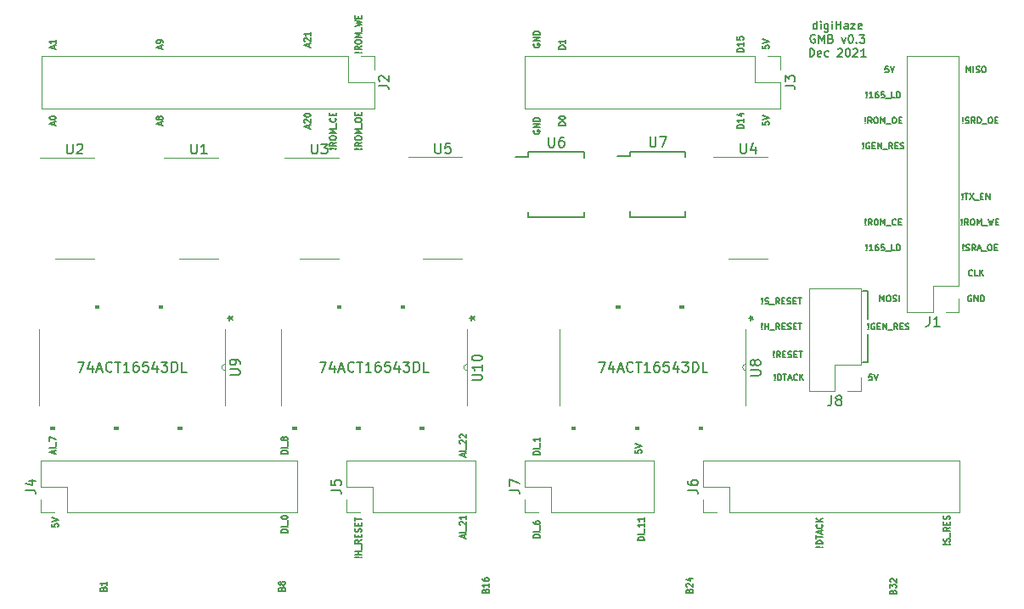
<source format=gto>
G04 #@! TF.GenerationSoftware,KiCad,Pcbnew,(5.1.12-1-10_14)*
G04 #@! TF.CreationDate,2022-01-01T14:19:29-07:00*
G04 #@! TF.ProjectId,GenMemBlock,47656e4d-656d-4426-9c6f-636b2e6b6963,rev?*
G04 #@! TF.SameCoordinates,Original*
G04 #@! TF.FileFunction,Legend,Top*
G04 #@! TF.FilePolarity,Positive*
%FSLAX46Y46*%
G04 Gerber Fmt 4.6, Leading zero omitted, Abs format (unit mm)*
G04 Created by KiCad (PCBNEW (5.1.12-1-10_14)) date 2022-01-01 14:19:29*
%MOMM*%
%LPD*%
G01*
G04 APERTURE LIST*
%ADD10C,0.152400*%
%ADD11C,0.120000*%
%ADD12C,0.150000*%
%ADD13C,0.100000*%
%ADD14O,1.700000X1.700000*%
%ADD15R,1.700000X1.700000*%
%ADD16R,1.778000X6.985000*%
%ADD17R,1.200000X0.400000*%
%ADD18R,0.406400X2.044700*%
G04 APERTURE END LIST*
D10*
X112232857Y-121811276D02*
X112262038Y-121782095D01*
X112291219Y-121811276D01*
X112262038Y-121840457D01*
X112232857Y-121811276D01*
X112291219Y-121811276D01*
X112057771Y-121811276D02*
X111707600Y-121840457D01*
X111678419Y-121811276D01*
X111707600Y-121782095D01*
X112057771Y-121811276D01*
X111678419Y-121811276D01*
X112291219Y-121519466D02*
X111678419Y-121519466D01*
X111678419Y-121373561D01*
X111707600Y-121286019D01*
X111765961Y-121227657D01*
X111824323Y-121198476D01*
X111941047Y-121169295D01*
X112028590Y-121169295D01*
X112145314Y-121198476D01*
X112203676Y-121227657D01*
X112262038Y-121286019D01*
X112291219Y-121373561D01*
X112291219Y-121519466D01*
X111678419Y-120994209D02*
X111678419Y-120644038D01*
X112291219Y-120819123D02*
X111678419Y-120819123D01*
X112116133Y-120468952D02*
X112116133Y-120177142D01*
X112291219Y-120527314D02*
X111678419Y-120323047D01*
X112291219Y-120118780D01*
X112232857Y-119564342D02*
X112262038Y-119593523D01*
X112291219Y-119681066D01*
X112291219Y-119739428D01*
X112262038Y-119826971D01*
X112203676Y-119885333D01*
X112145314Y-119914514D01*
X112028590Y-119943695D01*
X111941047Y-119943695D01*
X111824323Y-119914514D01*
X111765961Y-119885333D01*
X111707600Y-119826971D01*
X111678419Y-119739428D01*
X111678419Y-119681066D01*
X111707600Y-119593523D01*
X111736780Y-119564342D01*
X112291219Y-119301714D02*
X111678419Y-119301714D01*
X112291219Y-118951542D02*
X111941047Y-119214171D01*
X111678419Y-118951542D02*
X112028590Y-119301714D01*
X124932857Y-121542685D02*
X124962038Y-121513504D01*
X124991219Y-121542685D01*
X124962038Y-121571866D01*
X124932857Y-121542685D01*
X124991219Y-121542685D01*
X124757771Y-121542685D02*
X124407600Y-121571866D01*
X124378419Y-121542685D01*
X124407600Y-121513504D01*
X124757771Y-121542685D01*
X124378419Y-121542685D01*
X124962038Y-121280057D02*
X124991219Y-121192514D01*
X124991219Y-121046609D01*
X124962038Y-120988247D01*
X124932857Y-120959066D01*
X124874495Y-120929885D01*
X124816133Y-120929885D01*
X124757771Y-120959066D01*
X124728590Y-120988247D01*
X124699409Y-121046609D01*
X124670228Y-121163333D01*
X124641047Y-121221695D01*
X124611866Y-121250876D01*
X124553504Y-121280057D01*
X124495142Y-121280057D01*
X124436780Y-121250876D01*
X124407600Y-121221695D01*
X124378419Y-121163333D01*
X124378419Y-121017428D01*
X124407600Y-120929885D01*
X125049580Y-120813161D02*
X125049580Y-120346266D01*
X124991219Y-119850190D02*
X124699409Y-120054457D01*
X124991219Y-120200361D02*
X124378419Y-120200361D01*
X124378419Y-119966914D01*
X124407600Y-119908552D01*
X124436780Y-119879371D01*
X124495142Y-119850190D01*
X124582685Y-119850190D01*
X124641047Y-119879371D01*
X124670228Y-119908552D01*
X124699409Y-119966914D01*
X124699409Y-120200361D01*
X124670228Y-119587561D02*
X124670228Y-119383295D01*
X124991219Y-119295752D02*
X124991219Y-119587561D01*
X124378419Y-119587561D01*
X124378419Y-119295752D01*
X124962038Y-119062304D02*
X124991219Y-118974761D01*
X124991219Y-118828857D01*
X124962038Y-118770495D01*
X124932857Y-118741314D01*
X124874495Y-118712133D01*
X124816133Y-118712133D01*
X124757771Y-118741314D01*
X124728590Y-118770495D01*
X124699409Y-118828857D01*
X124670228Y-118945580D01*
X124641047Y-119003942D01*
X124611866Y-119033123D01*
X124553504Y-119062304D01*
X124495142Y-119062304D01*
X124436780Y-119033123D01*
X124407600Y-119003942D01*
X124378419Y-118945580D01*
X124378419Y-118799676D01*
X124407600Y-118712133D01*
X35662133Y-112475466D02*
X35662133Y-112183657D01*
X35837219Y-112533828D02*
X35224419Y-112329561D01*
X35837219Y-112125295D01*
X35837219Y-111921028D02*
X35224419Y-111921028D01*
X35895580Y-111775123D02*
X35895580Y-111308228D01*
X35224419Y-111220685D02*
X35224419Y-110812152D01*
X35837219Y-111074780D01*
X35478419Y-119496723D02*
X35478419Y-119788533D01*
X35770228Y-119817714D01*
X35741047Y-119788533D01*
X35711866Y-119730171D01*
X35711866Y-119584266D01*
X35741047Y-119525904D01*
X35770228Y-119496723D01*
X35828590Y-119467542D01*
X35974495Y-119467542D01*
X36032857Y-119496723D01*
X36062038Y-119525904D01*
X36091219Y-119584266D01*
X36091219Y-119730171D01*
X36062038Y-119788533D01*
X36032857Y-119817714D01*
X35478419Y-119292457D02*
X36091219Y-119088190D01*
X35478419Y-118883923D01*
X58951219Y-112490057D02*
X58338419Y-112490057D01*
X58338419Y-112344152D01*
X58367600Y-112256609D01*
X58425961Y-112198247D01*
X58484323Y-112169066D01*
X58601047Y-112139885D01*
X58688590Y-112139885D01*
X58805314Y-112169066D01*
X58863676Y-112198247D01*
X58922038Y-112256609D01*
X58951219Y-112344152D01*
X58951219Y-112490057D01*
X58951219Y-111877257D02*
X58338419Y-111877257D01*
X59009580Y-111731352D02*
X59009580Y-111264457D01*
X58601047Y-111031009D02*
X58571866Y-111089371D01*
X58542685Y-111118552D01*
X58484323Y-111147733D01*
X58455142Y-111147733D01*
X58396780Y-111118552D01*
X58367600Y-111089371D01*
X58338419Y-111031009D01*
X58338419Y-110914285D01*
X58367600Y-110855923D01*
X58396780Y-110826742D01*
X58455142Y-110797561D01*
X58484323Y-110797561D01*
X58542685Y-110826742D01*
X58571866Y-110855923D01*
X58601047Y-110914285D01*
X58601047Y-111031009D01*
X58630228Y-111089371D01*
X58659409Y-111118552D01*
X58717771Y-111147733D01*
X58834495Y-111147733D01*
X58892857Y-111118552D01*
X58922038Y-111089371D01*
X58951219Y-111031009D01*
X58951219Y-110914285D01*
X58922038Y-110855923D01*
X58892857Y-110826742D01*
X58834495Y-110797561D01*
X58717771Y-110797561D01*
X58659409Y-110826742D01*
X58630228Y-110855923D01*
X58601047Y-110914285D01*
X58951219Y-120364057D02*
X58338419Y-120364057D01*
X58338419Y-120218152D01*
X58367600Y-120130609D01*
X58425961Y-120072247D01*
X58484323Y-120043066D01*
X58601047Y-120013885D01*
X58688590Y-120013885D01*
X58805314Y-120043066D01*
X58863676Y-120072247D01*
X58922038Y-120130609D01*
X58951219Y-120218152D01*
X58951219Y-120364057D01*
X58951219Y-119751257D02*
X58338419Y-119751257D01*
X59009580Y-119605352D02*
X59009580Y-119138457D01*
X58338419Y-118875828D02*
X58338419Y-118817466D01*
X58367600Y-118759104D01*
X58396780Y-118729923D01*
X58455142Y-118700742D01*
X58571866Y-118671561D01*
X58717771Y-118671561D01*
X58834495Y-118700742D01*
X58892857Y-118729923D01*
X58922038Y-118759104D01*
X58951219Y-118817466D01*
X58951219Y-118875828D01*
X58922038Y-118934190D01*
X58892857Y-118963371D01*
X58834495Y-118992552D01*
X58717771Y-119021733D01*
X58571866Y-119021733D01*
X58455142Y-118992552D01*
X58396780Y-118963371D01*
X58367600Y-118934190D01*
X58338419Y-118875828D01*
X66258857Y-122844533D02*
X66288038Y-122815352D01*
X66317219Y-122844533D01*
X66288038Y-122873714D01*
X66258857Y-122844533D01*
X66317219Y-122844533D01*
X66083771Y-122844533D02*
X65733600Y-122873714D01*
X65704419Y-122844533D01*
X65733600Y-122815352D01*
X66083771Y-122844533D01*
X65704419Y-122844533D01*
X66317219Y-122552723D02*
X65704419Y-122552723D01*
X65996228Y-122552723D02*
X65996228Y-122202552D01*
X66317219Y-122202552D02*
X65704419Y-122202552D01*
X66375580Y-122056647D02*
X66375580Y-121589752D01*
X66317219Y-121093676D02*
X66025409Y-121297942D01*
X66317219Y-121443847D02*
X65704419Y-121443847D01*
X65704419Y-121210400D01*
X65733600Y-121152038D01*
X65762780Y-121122857D01*
X65821142Y-121093676D01*
X65908685Y-121093676D01*
X65967047Y-121122857D01*
X65996228Y-121152038D01*
X66025409Y-121210400D01*
X66025409Y-121443847D01*
X65996228Y-120831047D02*
X65996228Y-120626780D01*
X66317219Y-120539238D02*
X66317219Y-120831047D01*
X65704419Y-120831047D01*
X65704419Y-120539238D01*
X66288038Y-120305790D02*
X66317219Y-120218247D01*
X66317219Y-120072342D01*
X66288038Y-120013980D01*
X66258857Y-119984800D01*
X66200495Y-119955619D01*
X66142133Y-119955619D01*
X66083771Y-119984800D01*
X66054590Y-120013980D01*
X66025409Y-120072342D01*
X65996228Y-120189066D01*
X65967047Y-120247428D01*
X65937866Y-120276609D01*
X65879504Y-120305790D01*
X65821142Y-120305790D01*
X65762780Y-120276609D01*
X65733600Y-120247428D01*
X65704419Y-120189066D01*
X65704419Y-120043161D01*
X65733600Y-119955619D01*
X65996228Y-119692990D02*
X65996228Y-119488723D01*
X66317219Y-119401180D02*
X66317219Y-119692990D01*
X65704419Y-119692990D01*
X65704419Y-119401180D01*
X65704419Y-119226095D02*
X65704419Y-118875923D01*
X66317219Y-119051009D02*
X65704419Y-119051009D01*
X76556133Y-112767276D02*
X76556133Y-112475466D01*
X76731219Y-112825638D02*
X76118419Y-112621371D01*
X76731219Y-112417104D01*
X76731219Y-112212838D02*
X76118419Y-112212838D01*
X76789580Y-112066933D02*
X76789580Y-111600038D01*
X76176780Y-111483314D02*
X76147600Y-111454133D01*
X76118419Y-111395771D01*
X76118419Y-111249866D01*
X76147600Y-111191504D01*
X76176780Y-111162323D01*
X76235142Y-111133142D01*
X76293504Y-111133142D01*
X76381047Y-111162323D01*
X76731219Y-111512495D01*
X76731219Y-111133142D01*
X76176780Y-110899695D02*
X76147600Y-110870514D01*
X76118419Y-110812152D01*
X76118419Y-110666247D01*
X76147600Y-110607885D01*
X76176780Y-110578704D01*
X76235142Y-110549523D01*
X76293504Y-110549523D01*
X76381047Y-110578704D01*
X76731219Y-110928876D01*
X76731219Y-110549523D01*
X76556133Y-120895276D02*
X76556133Y-120603466D01*
X76731219Y-120953638D02*
X76118419Y-120749371D01*
X76731219Y-120545104D01*
X76731219Y-120340838D02*
X76118419Y-120340838D01*
X76789580Y-120194933D02*
X76789580Y-119728038D01*
X76176780Y-119611314D02*
X76147600Y-119582133D01*
X76118419Y-119523771D01*
X76118419Y-119377866D01*
X76147600Y-119319504D01*
X76176780Y-119290323D01*
X76235142Y-119261142D01*
X76293504Y-119261142D01*
X76381047Y-119290323D01*
X76731219Y-119640495D01*
X76731219Y-119261142D01*
X76731219Y-118677523D02*
X76731219Y-119027695D01*
X76731219Y-118852609D02*
X76118419Y-118852609D01*
X76205961Y-118910971D01*
X76264323Y-118969333D01*
X76293504Y-119027695D01*
X94511219Y-121163866D02*
X93898419Y-121163866D01*
X93898419Y-121017961D01*
X93927600Y-120930419D01*
X93985961Y-120872057D01*
X94044323Y-120842876D01*
X94161047Y-120813695D01*
X94248590Y-120813695D01*
X94365314Y-120842876D01*
X94423676Y-120872057D01*
X94482038Y-120930419D01*
X94511219Y-121017961D01*
X94511219Y-121163866D01*
X94511219Y-120551066D02*
X93898419Y-120551066D01*
X94569580Y-120405161D02*
X94569580Y-119938266D01*
X94511219Y-119471371D02*
X94511219Y-119821542D01*
X94511219Y-119646457D02*
X93898419Y-119646457D01*
X93985961Y-119704819D01*
X94044323Y-119763180D01*
X94073504Y-119821542D01*
X94511219Y-118887752D02*
X94511219Y-119237923D01*
X94511219Y-119062838D02*
X93898419Y-119062838D01*
X93985961Y-119121200D01*
X94044323Y-119179561D01*
X94073504Y-119237923D01*
X84097219Y-120872057D02*
X83484419Y-120872057D01*
X83484419Y-120726152D01*
X83513600Y-120638609D01*
X83571961Y-120580247D01*
X83630323Y-120551066D01*
X83747047Y-120521885D01*
X83834590Y-120521885D01*
X83951314Y-120551066D01*
X84009676Y-120580247D01*
X84068038Y-120638609D01*
X84097219Y-120726152D01*
X84097219Y-120872057D01*
X84097219Y-120259257D02*
X83484419Y-120259257D01*
X84155580Y-120113352D02*
X84155580Y-119646457D01*
X83484419Y-119237923D02*
X83484419Y-119354647D01*
X83513600Y-119413009D01*
X83542780Y-119442190D01*
X83630323Y-119500552D01*
X83747047Y-119529733D01*
X83980495Y-119529733D01*
X84038857Y-119500552D01*
X84068038Y-119471371D01*
X84097219Y-119413009D01*
X84097219Y-119296285D01*
X84068038Y-119237923D01*
X84038857Y-119208742D01*
X83980495Y-119179561D01*
X83834590Y-119179561D01*
X83776228Y-119208742D01*
X83747047Y-119237923D01*
X83717866Y-119296285D01*
X83717866Y-119413009D01*
X83747047Y-119471371D01*
X83776228Y-119500552D01*
X83834590Y-119529733D01*
X84097219Y-112591657D02*
X83484419Y-112591657D01*
X83484419Y-112445752D01*
X83513600Y-112358209D01*
X83571961Y-112299847D01*
X83630323Y-112270666D01*
X83747047Y-112241485D01*
X83834590Y-112241485D01*
X83951314Y-112270666D01*
X84009676Y-112299847D01*
X84068038Y-112358209D01*
X84097219Y-112445752D01*
X84097219Y-112591657D01*
X84097219Y-111978857D02*
X83484419Y-111978857D01*
X84155580Y-111832952D02*
X84155580Y-111366057D01*
X84097219Y-110899161D02*
X84097219Y-111249333D01*
X84097219Y-111074247D02*
X83484419Y-111074247D01*
X83571961Y-111132609D01*
X83630323Y-111190971D01*
X83659504Y-111249333D01*
X93644419Y-112130723D02*
X93644419Y-112422533D01*
X93936228Y-112451714D01*
X93907047Y-112422533D01*
X93877866Y-112364171D01*
X93877866Y-112218266D01*
X93907047Y-112159904D01*
X93936228Y-112130723D01*
X93994590Y-112101542D01*
X94140495Y-112101542D01*
X94198857Y-112130723D01*
X94228038Y-112159904D01*
X94257219Y-112218266D01*
X94257219Y-112364171D01*
X94228038Y-112422533D01*
X94198857Y-112451714D01*
X93644419Y-111926457D02*
X94257219Y-111722190D01*
X93644419Y-111517923D01*
X119336228Y-126269847D02*
X119365409Y-126182304D01*
X119394590Y-126153123D01*
X119452952Y-126123942D01*
X119540495Y-126123942D01*
X119598857Y-126153123D01*
X119628038Y-126182304D01*
X119657219Y-126240666D01*
X119657219Y-126474114D01*
X119044419Y-126474114D01*
X119044419Y-126269847D01*
X119073600Y-126211485D01*
X119102780Y-126182304D01*
X119161142Y-126153123D01*
X119219504Y-126153123D01*
X119277866Y-126182304D01*
X119307047Y-126211485D01*
X119336228Y-126269847D01*
X119336228Y-126474114D01*
X119044419Y-125919676D02*
X119044419Y-125540323D01*
X119277866Y-125744590D01*
X119277866Y-125657047D01*
X119307047Y-125598685D01*
X119336228Y-125569504D01*
X119394590Y-125540323D01*
X119540495Y-125540323D01*
X119598857Y-125569504D01*
X119628038Y-125598685D01*
X119657219Y-125657047D01*
X119657219Y-125832133D01*
X119628038Y-125890495D01*
X119598857Y-125919676D01*
X119102780Y-125306876D02*
X119073600Y-125277695D01*
X119044419Y-125219333D01*
X119044419Y-125073428D01*
X119073600Y-125015066D01*
X119102780Y-124985885D01*
X119161142Y-124956704D01*
X119219504Y-124956704D01*
X119307047Y-124985885D01*
X119657219Y-125336057D01*
X119657219Y-124956704D01*
X99016228Y-126168247D02*
X99045409Y-126080704D01*
X99074590Y-126051523D01*
X99132952Y-126022342D01*
X99220495Y-126022342D01*
X99278857Y-126051523D01*
X99308038Y-126080704D01*
X99337219Y-126139066D01*
X99337219Y-126372514D01*
X98724419Y-126372514D01*
X98724419Y-126168247D01*
X98753600Y-126109885D01*
X98782780Y-126080704D01*
X98841142Y-126051523D01*
X98899504Y-126051523D01*
X98957866Y-126080704D01*
X98987047Y-126109885D01*
X99016228Y-126168247D01*
X99016228Y-126372514D01*
X98782780Y-125788895D02*
X98753600Y-125759714D01*
X98724419Y-125701352D01*
X98724419Y-125555447D01*
X98753600Y-125497085D01*
X98782780Y-125467904D01*
X98841142Y-125438723D01*
X98899504Y-125438723D01*
X98987047Y-125467904D01*
X99337219Y-125818076D01*
X99337219Y-125438723D01*
X98928685Y-124913466D02*
X99337219Y-124913466D01*
X98695238Y-125059371D02*
X99132952Y-125205276D01*
X99132952Y-124825923D01*
X78696228Y-126168247D02*
X78725409Y-126080704D01*
X78754590Y-126051523D01*
X78812952Y-126022342D01*
X78900495Y-126022342D01*
X78958857Y-126051523D01*
X78988038Y-126080704D01*
X79017219Y-126139066D01*
X79017219Y-126372514D01*
X78404419Y-126372514D01*
X78404419Y-126168247D01*
X78433600Y-126109885D01*
X78462780Y-126080704D01*
X78521142Y-126051523D01*
X78579504Y-126051523D01*
X78637866Y-126080704D01*
X78667047Y-126109885D01*
X78696228Y-126168247D01*
X78696228Y-126372514D01*
X79017219Y-125438723D02*
X79017219Y-125788895D01*
X79017219Y-125613809D02*
X78404419Y-125613809D01*
X78491961Y-125672171D01*
X78550323Y-125730533D01*
X78579504Y-125788895D01*
X78404419Y-124913466D02*
X78404419Y-125030190D01*
X78433600Y-125088552D01*
X78462780Y-125117733D01*
X78550323Y-125176095D01*
X78667047Y-125205276D01*
X78900495Y-125205276D01*
X78958857Y-125176095D01*
X78988038Y-125146914D01*
X79017219Y-125088552D01*
X79017219Y-124971828D01*
X78988038Y-124913466D01*
X78958857Y-124884285D01*
X78900495Y-124855104D01*
X78754590Y-124855104D01*
X78696228Y-124884285D01*
X78667047Y-124913466D01*
X78637866Y-124971828D01*
X78637866Y-125088552D01*
X78667047Y-125146914D01*
X78696228Y-125176095D01*
X78754590Y-125205276D01*
X58376228Y-125978038D02*
X58405409Y-125890495D01*
X58434590Y-125861314D01*
X58492952Y-125832133D01*
X58580495Y-125832133D01*
X58638857Y-125861314D01*
X58668038Y-125890495D01*
X58697219Y-125948857D01*
X58697219Y-126182304D01*
X58084419Y-126182304D01*
X58084419Y-125978038D01*
X58113600Y-125919676D01*
X58142780Y-125890495D01*
X58201142Y-125861314D01*
X58259504Y-125861314D01*
X58317866Y-125890495D01*
X58347047Y-125919676D01*
X58376228Y-125978038D01*
X58376228Y-126182304D01*
X58347047Y-125481961D02*
X58317866Y-125540323D01*
X58288685Y-125569504D01*
X58230323Y-125598685D01*
X58201142Y-125598685D01*
X58142780Y-125569504D01*
X58113600Y-125540323D01*
X58084419Y-125481961D01*
X58084419Y-125365238D01*
X58113600Y-125306876D01*
X58142780Y-125277695D01*
X58201142Y-125248514D01*
X58230323Y-125248514D01*
X58288685Y-125277695D01*
X58317866Y-125306876D01*
X58347047Y-125365238D01*
X58347047Y-125481961D01*
X58376228Y-125540323D01*
X58405409Y-125569504D01*
X58463771Y-125598685D01*
X58580495Y-125598685D01*
X58638857Y-125569504D01*
X58668038Y-125540323D01*
X58697219Y-125481961D01*
X58697219Y-125365238D01*
X58668038Y-125306876D01*
X58638857Y-125277695D01*
X58580495Y-125248514D01*
X58463771Y-125248514D01*
X58405409Y-125277695D01*
X58376228Y-125306876D01*
X58347047Y-125365238D01*
X40596228Y-125978038D02*
X40625409Y-125890495D01*
X40654590Y-125861314D01*
X40712952Y-125832133D01*
X40800495Y-125832133D01*
X40858857Y-125861314D01*
X40888038Y-125890495D01*
X40917219Y-125948857D01*
X40917219Y-126182304D01*
X40304419Y-126182304D01*
X40304419Y-125978038D01*
X40333600Y-125919676D01*
X40362780Y-125890495D01*
X40421142Y-125861314D01*
X40479504Y-125861314D01*
X40537866Y-125890495D01*
X40567047Y-125919676D01*
X40596228Y-125978038D01*
X40596228Y-126182304D01*
X40917219Y-125248514D02*
X40917219Y-125598685D01*
X40917219Y-125423600D02*
X40304419Y-125423600D01*
X40391961Y-125481961D01*
X40450323Y-125540323D01*
X40479504Y-125598685D01*
X116840000Y-103378000D02*
X116332000Y-103378000D01*
X116840000Y-100584000D02*
X116840000Y-103378000D01*
X116840000Y-96266000D02*
X116840000Y-99060000D01*
X116332000Y-96266000D02*
X116840000Y-96266000D01*
X117231276Y-104566419D02*
X116939466Y-104566419D01*
X116910285Y-104858228D01*
X116939466Y-104829047D01*
X116997828Y-104799866D01*
X117143733Y-104799866D01*
X117202095Y-104829047D01*
X117231276Y-104858228D01*
X117260457Y-104916590D01*
X117260457Y-105062495D01*
X117231276Y-105120857D01*
X117202095Y-105150038D01*
X117143733Y-105179219D01*
X116997828Y-105179219D01*
X116939466Y-105150038D01*
X116910285Y-105120857D01*
X117435542Y-104566419D02*
X117639809Y-105179219D01*
X117844076Y-104566419D01*
X107550723Y-105120857D02*
X107579904Y-105150038D01*
X107550723Y-105179219D01*
X107521542Y-105150038D01*
X107550723Y-105120857D01*
X107550723Y-105179219D01*
X107550723Y-104945771D02*
X107521542Y-104595600D01*
X107550723Y-104566419D01*
X107579904Y-104595600D01*
X107550723Y-104945771D01*
X107550723Y-104566419D01*
X107842533Y-105179219D02*
X107842533Y-104566419D01*
X107988438Y-104566419D01*
X108075980Y-104595600D01*
X108134342Y-104653961D01*
X108163523Y-104712323D01*
X108192704Y-104829047D01*
X108192704Y-104916590D01*
X108163523Y-105033314D01*
X108134342Y-105091676D01*
X108075980Y-105150038D01*
X107988438Y-105179219D01*
X107842533Y-105179219D01*
X108367790Y-104566419D02*
X108717961Y-104566419D01*
X108542876Y-105179219D02*
X108542876Y-104566419D01*
X108893047Y-105004133D02*
X109184857Y-105004133D01*
X108834685Y-105179219D02*
X109038952Y-104566419D01*
X109243219Y-105179219D01*
X109797657Y-105120857D02*
X109768476Y-105150038D01*
X109680933Y-105179219D01*
X109622571Y-105179219D01*
X109535028Y-105150038D01*
X109476666Y-105091676D01*
X109447485Y-105033314D01*
X109418304Y-104916590D01*
X109418304Y-104829047D01*
X109447485Y-104712323D01*
X109476666Y-104653961D01*
X109535028Y-104595600D01*
X109622571Y-104566419D01*
X109680933Y-104566419D01*
X109768476Y-104595600D01*
X109797657Y-104624780D01*
X110060285Y-105179219D02*
X110060285Y-104566419D01*
X110410457Y-105179219D02*
X110147828Y-104829047D01*
X110410457Y-104566419D02*
X110060285Y-104916590D01*
X107427504Y-102834857D02*
X107456685Y-102864038D01*
X107427504Y-102893219D01*
X107398323Y-102864038D01*
X107427504Y-102834857D01*
X107427504Y-102893219D01*
X107427504Y-102659771D02*
X107398323Y-102309600D01*
X107427504Y-102280419D01*
X107456685Y-102309600D01*
X107427504Y-102659771D01*
X107427504Y-102280419D01*
X108069485Y-102893219D02*
X107865219Y-102601409D01*
X107719314Y-102893219D02*
X107719314Y-102280419D01*
X107952761Y-102280419D01*
X108011123Y-102309600D01*
X108040304Y-102338780D01*
X108069485Y-102397142D01*
X108069485Y-102484685D01*
X108040304Y-102543047D01*
X108011123Y-102572228D01*
X107952761Y-102601409D01*
X107719314Y-102601409D01*
X108332114Y-102572228D02*
X108536380Y-102572228D01*
X108623923Y-102893219D02*
X108332114Y-102893219D01*
X108332114Y-102280419D01*
X108623923Y-102280419D01*
X108857371Y-102864038D02*
X108944914Y-102893219D01*
X109090819Y-102893219D01*
X109149180Y-102864038D01*
X109178361Y-102834857D01*
X109207542Y-102776495D01*
X109207542Y-102718133D01*
X109178361Y-102659771D01*
X109149180Y-102630590D01*
X109090819Y-102601409D01*
X108974095Y-102572228D01*
X108915733Y-102543047D01*
X108886552Y-102513866D01*
X108857371Y-102455504D01*
X108857371Y-102397142D01*
X108886552Y-102338780D01*
X108915733Y-102309600D01*
X108974095Y-102280419D01*
X109120000Y-102280419D01*
X109207542Y-102309600D01*
X109470171Y-102572228D02*
X109674438Y-102572228D01*
X109761980Y-102893219D02*
X109470171Y-102893219D01*
X109470171Y-102280419D01*
X109761980Y-102280419D01*
X109937066Y-102280419D02*
X110287238Y-102280419D01*
X110112152Y-102893219D02*
X110112152Y-102280419D01*
X106263466Y-100040857D02*
X106292647Y-100070038D01*
X106263466Y-100099219D01*
X106234285Y-100070038D01*
X106263466Y-100040857D01*
X106263466Y-100099219D01*
X106263466Y-99865771D02*
X106234285Y-99515600D01*
X106263466Y-99486419D01*
X106292647Y-99515600D01*
X106263466Y-99865771D01*
X106263466Y-99486419D01*
X106555276Y-100099219D02*
X106555276Y-99486419D01*
X106555276Y-99778228D02*
X106905447Y-99778228D01*
X106905447Y-100099219D02*
X106905447Y-99486419D01*
X107051352Y-100157580D02*
X107518247Y-100157580D01*
X108014323Y-100099219D02*
X107810057Y-99807409D01*
X107664152Y-100099219D02*
X107664152Y-99486419D01*
X107897600Y-99486419D01*
X107955961Y-99515600D01*
X107985142Y-99544780D01*
X108014323Y-99603142D01*
X108014323Y-99690685D01*
X107985142Y-99749047D01*
X107955961Y-99778228D01*
X107897600Y-99807409D01*
X107664152Y-99807409D01*
X108276952Y-99778228D02*
X108481219Y-99778228D01*
X108568761Y-100099219D02*
X108276952Y-100099219D01*
X108276952Y-99486419D01*
X108568761Y-99486419D01*
X108802209Y-100070038D02*
X108889752Y-100099219D01*
X109035657Y-100099219D01*
X109094019Y-100070038D01*
X109123200Y-100040857D01*
X109152380Y-99982495D01*
X109152380Y-99924133D01*
X109123200Y-99865771D01*
X109094019Y-99836590D01*
X109035657Y-99807409D01*
X108918933Y-99778228D01*
X108860571Y-99749047D01*
X108831390Y-99719866D01*
X108802209Y-99661504D01*
X108802209Y-99603142D01*
X108831390Y-99544780D01*
X108860571Y-99515600D01*
X108918933Y-99486419D01*
X109064838Y-99486419D01*
X109152380Y-99515600D01*
X109415009Y-99778228D02*
X109619276Y-99778228D01*
X109706819Y-100099219D02*
X109415009Y-100099219D01*
X109415009Y-99486419D01*
X109706819Y-99486419D01*
X109881904Y-99486419D02*
X110232076Y-99486419D01*
X110056990Y-100099219D02*
X110056990Y-99486419D01*
X106292647Y-97500857D02*
X106321828Y-97530038D01*
X106292647Y-97559219D01*
X106263466Y-97530038D01*
X106292647Y-97500857D01*
X106292647Y-97559219D01*
X106292647Y-97325771D02*
X106263466Y-96975600D01*
X106292647Y-96946419D01*
X106321828Y-96975600D01*
X106292647Y-97325771D01*
X106292647Y-96946419D01*
X106555276Y-97530038D02*
X106642819Y-97559219D01*
X106788723Y-97559219D01*
X106847085Y-97530038D01*
X106876266Y-97500857D01*
X106905447Y-97442495D01*
X106905447Y-97384133D01*
X106876266Y-97325771D01*
X106847085Y-97296590D01*
X106788723Y-97267409D01*
X106672000Y-97238228D01*
X106613638Y-97209047D01*
X106584457Y-97179866D01*
X106555276Y-97121504D01*
X106555276Y-97063142D01*
X106584457Y-97004780D01*
X106613638Y-96975600D01*
X106672000Y-96946419D01*
X106817904Y-96946419D01*
X106905447Y-96975600D01*
X107022171Y-97617580D02*
X107489066Y-97617580D01*
X107985142Y-97559219D02*
X107780876Y-97267409D01*
X107634971Y-97559219D02*
X107634971Y-96946419D01*
X107868419Y-96946419D01*
X107926780Y-96975600D01*
X107955961Y-97004780D01*
X107985142Y-97063142D01*
X107985142Y-97150685D01*
X107955961Y-97209047D01*
X107926780Y-97238228D01*
X107868419Y-97267409D01*
X107634971Y-97267409D01*
X108247771Y-97238228D02*
X108452038Y-97238228D01*
X108539580Y-97559219D02*
X108247771Y-97559219D01*
X108247771Y-96946419D01*
X108539580Y-96946419D01*
X108773028Y-97530038D02*
X108860571Y-97559219D01*
X109006476Y-97559219D01*
X109064838Y-97530038D01*
X109094019Y-97500857D01*
X109123200Y-97442495D01*
X109123200Y-97384133D01*
X109094019Y-97325771D01*
X109064838Y-97296590D01*
X109006476Y-97267409D01*
X108889752Y-97238228D01*
X108831390Y-97209047D01*
X108802209Y-97179866D01*
X108773028Y-97121504D01*
X108773028Y-97063142D01*
X108802209Y-97004780D01*
X108831390Y-96975600D01*
X108889752Y-96946419D01*
X109035657Y-96946419D01*
X109123200Y-96975600D01*
X109385828Y-97238228D02*
X109590095Y-97238228D01*
X109677638Y-97559219D02*
X109385828Y-97559219D01*
X109385828Y-96946419D01*
X109677638Y-96946419D01*
X109852723Y-96946419D02*
X110202895Y-96946419D01*
X110027809Y-97559219D02*
X110027809Y-96946419D01*
X116858514Y-100040857D02*
X116887695Y-100070038D01*
X116858514Y-100099219D01*
X116829333Y-100070038D01*
X116858514Y-100040857D01*
X116858514Y-100099219D01*
X116858514Y-99865771D02*
X116829333Y-99515600D01*
X116858514Y-99486419D01*
X116887695Y-99515600D01*
X116858514Y-99865771D01*
X116858514Y-99486419D01*
X117471314Y-99515600D02*
X117412952Y-99486419D01*
X117325409Y-99486419D01*
X117237866Y-99515600D01*
X117179504Y-99573961D01*
X117150323Y-99632323D01*
X117121142Y-99749047D01*
X117121142Y-99836590D01*
X117150323Y-99953314D01*
X117179504Y-100011676D01*
X117237866Y-100070038D01*
X117325409Y-100099219D01*
X117383771Y-100099219D01*
X117471314Y-100070038D01*
X117500495Y-100040857D01*
X117500495Y-99836590D01*
X117383771Y-99836590D01*
X117763123Y-99778228D02*
X117967390Y-99778228D01*
X118054933Y-100099219D02*
X117763123Y-100099219D01*
X117763123Y-99486419D01*
X118054933Y-99486419D01*
X118317561Y-100099219D02*
X118317561Y-99486419D01*
X118667733Y-100099219D01*
X118667733Y-99486419D01*
X118813638Y-100157580D02*
X119280533Y-100157580D01*
X119776609Y-100099219D02*
X119572342Y-99807409D01*
X119426438Y-100099219D02*
X119426438Y-99486419D01*
X119659885Y-99486419D01*
X119718247Y-99515600D01*
X119747428Y-99544780D01*
X119776609Y-99603142D01*
X119776609Y-99690685D01*
X119747428Y-99749047D01*
X119718247Y-99778228D01*
X119659885Y-99807409D01*
X119426438Y-99807409D01*
X120039238Y-99778228D02*
X120243504Y-99778228D01*
X120331047Y-100099219D02*
X120039238Y-100099219D01*
X120039238Y-99486419D01*
X120331047Y-99486419D01*
X120564495Y-100070038D02*
X120652038Y-100099219D01*
X120797942Y-100099219D01*
X120856304Y-100070038D01*
X120885485Y-100040857D01*
X120914666Y-99982495D01*
X120914666Y-99924133D01*
X120885485Y-99865771D01*
X120856304Y-99836590D01*
X120797942Y-99807409D01*
X120681219Y-99778228D01*
X120622857Y-99749047D01*
X120593676Y-99719866D01*
X120564495Y-99661504D01*
X120564495Y-99603142D01*
X120593676Y-99544780D01*
X120622857Y-99515600D01*
X120681219Y-99486419D01*
X120827123Y-99486419D01*
X120914666Y-99515600D01*
X83513600Y-71586895D02*
X83484419Y-71645257D01*
X83484419Y-71732800D01*
X83513600Y-71820342D01*
X83571961Y-71878704D01*
X83630323Y-71907885D01*
X83747047Y-71937066D01*
X83834590Y-71937066D01*
X83951314Y-71907885D01*
X84009676Y-71878704D01*
X84068038Y-71820342D01*
X84097219Y-71732800D01*
X84097219Y-71674438D01*
X84068038Y-71586895D01*
X84038857Y-71557714D01*
X83834590Y-71557714D01*
X83834590Y-71674438D01*
X84097219Y-71295085D02*
X83484419Y-71295085D01*
X84097219Y-70944914D01*
X83484419Y-70944914D01*
X84097219Y-70653104D02*
X83484419Y-70653104D01*
X83484419Y-70507200D01*
X83513600Y-70419657D01*
X83571961Y-70361295D01*
X83630323Y-70332114D01*
X83747047Y-70302933D01*
X83834590Y-70302933D01*
X83951314Y-70332114D01*
X84009676Y-70361295D01*
X84068038Y-70419657D01*
X84097219Y-70507200D01*
X84097219Y-70653104D01*
X83513600Y-80222895D02*
X83484419Y-80281257D01*
X83484419Y-80368800D01*
X83513600Y-80456342D01*
X83571961Y-80514704D01*
X83630323Y-80543885D01*
X83747047Y-80573066D01*
X83834590Y-80573066D01*
X83951314Y-80543885D01*
X84009676Y-80514704D01*
X84068038Y-80456342D01*
X84097219Y-80368800D01*
X84097219Y-80310438D01*
X84068038Y-80222895D01*
X84038857Y-80193714D01*
X83834590Y-80193714D01*
X83834590Y-80310438D01*
X84097219Y-79931085D02*
X83484419Y-79931085D01*
X84097219Y-79580914D01*
X83484419Y-79580914D01*
X84097219Y-79289104D02*
X83484419Y-79289104D01*
X83484419Y-79143200D01*
X83513600Y-79055657D01*
X83571961Y-78997295D01*
X83630323Y-78968114D01*
X83747047Y-78938933D01*
X83834590Y-78938933D01*
X83951314Y-78968114D01*
X84009676Y-78997295D01*
X84068038Y-79055657D01*
X84097219Y-79143200D01*
X84097219Y-79289104D01*
X106344419Y-71744723D02*
X106344419Y-72036533D01*
X106636228Y-72065714D01*
X106607047Y-72036533D01*
X106577866Y-71978171D01*
X106577866Y-71832266D01*
X106607047Y-71773904D01*
X106636228Y-71744723D01*
X106694590Y-71715542D01*
X106840495Y-71715542D01*
X106898857Y-71744723D01*
X106928038Y-71773904D01*
X106957219Y-71832266D01*
X106957219Y-71978171D01*
X106928038Y-72036533D01*
X106898857Y-72065714D01*
X106344419Y-71540457D02*
X106957219Y-71336190D01*
X106344419Y-71131923D01*
X106344419Y-79364723D02*
X106344419Y-79656533D01*
X106636228Y-79685714D01*
X106607047Y-79656533D01*
X106577866Y-79598171D01*
X106577866Y-79452266D01*
X106607047Y-79393904D01*
X106636228Y-79364723D01*
X106694590Y-79335542D01*
X106840495Y-79335542D01*
X106898857Y-79364723D01*
X106928038Y-79393904D01*
X106957219Y-79452266D01*
X106957219Y-79598171D01*
X106928038Y-79656533D01*
X106898857Y-79685714D01*
X106344419Y-79160457D02*
X106957219Y-78956190D01*
X106344419Y-78751923D01*
X104417219Y-72372114D02*
X103804419Y-72372114D01*
X103804419Y-72226209D01*
X103833600Y-72138666D01*
X103891961Y-72080304D01*
X103950323Y-72051123D01*
X104067047Y-72021942D01*
X104154590Y-72021942D01*
X104271314Y-72051123D01*
X104329676Y-72080304D01*
X104388038Y-72138666D01*
X104417219Y-72226209D01*
X104417219Y-72372114D01*
X104417219Y-71438323D02*
X104417219Y-71788495D01*
X104417219Y-71613409D02*
X103804419Y-71613409D01*
X103891961Y-71671771D01*
X103950323Y-71730133D01*
X103979504Y-71788495D01*
X103804419Y-70883885D02*
X103804419Y-71175695D01*
X104096228Y-71204876D01*
X104067047Y-71175695D01*
X104037866Y-71117333D01*
X104037866Y-70971428D01*
X104067047Y-70913066D01*
X104096228Y-70883885D01*
X104154590Y-70854704D01*
X104300495Y-70854704D01*
X104358857Y-70883885D01*
X104388038Y-70913066D01*
X104417219Y-70971428D01*
X104417219Y-71117333D01*
X104388038Y-71175695D01*
X104358857Y-71204876D01*
X104417219Y-79992114D02*
X103804419Y-79992114D01*
X103804419Y-79846209D01*
X103833600Y-79758666D01*
X103891961Y-79700304D01*
X103950323Y-79671123D01*
X104067047Y-79641942D01*
X104154590Y-79641942D01*
X104271314Y-79671123D01*
X104329676Y-79700304D01*
X104388038Y-79758666D01*
X104417219Y-79846209D01*
X104417219Y-79992114D01*
X104417219Y-79058323D02*
X104417219Y-79408495D01*
X104417219Y-79233409D02*
X103804419Y-79233409D01*
X103891961Y-79291771D01*
X103950323Y-79350133D01*
X103979504Y-79408495D01*
X104008685Y-78533066D02*
X104417219Y-78533066D01*
X103775238Y-78678971D02*
X104212952Y-78824876D01*
X104212952Y-78445523D01*
X86637219Y-72080304D02*
X86024419Y-72080304D01*
X86024419Y-71934400D01*
X86053600Y-71846857D01*
X86111961Y-71788495D01*
X86170323Y-71759314D01*
X86287047Y-71730133D01*
X86374590Y-71730133D01*
X86491314Y-71759314D01*
X86549676Y-71788495D01*
X86608038Y-71846857D01*
X86637219Y-71934400D01*
X86637219Y-72080304D01*
X86637219Y-71146514D02*
X86637219Y-71496685D01*
X86637219Y-71321600D02*
X86024419Y-71321600D01*
X86111961Y-71379961D01*
X86170323Y-71438323D01*
X86199504Y-71496685D01*
X86637219Y-79700304D02*
X86024419Y-79700304D01*
X86024419Y-79554400D01*
X86053600Y-79466857D01*
X86111961Y-79408495D01*
X86170323Y-79379314D01*
X86287047Y-79350133D01*
X86374590Y-79350133D01*
X86491314Y-79379314D01*
X86549676Y-79408495D01*
X86608038Y-79466857D01*
X86637219Y-79554400D01*
X86637219Y-79700304D01*
X86024419Y-78970780D02*
X86024419Y-78912419D01*
X86053600Y-78854057D01*
X86082780Y-78824876D01*
X86141142Y-78795695D01*
X86257866Y-78766514D01*
X86403771Y-78766514D01*
X86520495Y-78795695D01*
X86578857Y-78824876D01*
X86608038Y-78854057D01*
X86637219Y-78912419D01*
X86637219Y-78970780D01*
X86608038Y-79029142D01*
X86578857Y-79058323D01*
X86520495Y-79087504D01*
X86403771Y-79116685D01*
X86257866Y-79116685D01*
X86141142Y-79087504D01*
X86082780Y-79058323D01*
X86053600Y-79029142D01*
X86024419Y-78970780D01*
X61062133Y-79977523D02*
X61062133Y-79685714D01*
X61237219Y-80035885D02*
X60624419Y-79831619D01*
X61237219Y-79627352D01*
X60682780Y-79452266D02*
X60653600Y-79423085D01*
X60624419Y-79364723D01*
X60624419Y-79218819D01*
X60653600Y-79160457D01*
X60682780Y-79131276D01*
X60741142Y-79102095D01*
X60799504Y-79102095D01*
X60887047Y-79131276D01*
X61237219Y-79481447D01*
X61237219Y-79102095D01*
X60624419Y-78722742D02*
X60624419Y-78664380D01*
X60653600Y-78606019D01*
X60682780Y-78576838D01*
X60741142Y-78547657D01*
X60857866Y-78518476D01*
X61003771Y-78518476D01*
X61120495Y-78547657D01*
X61178857Y-78576838D01*
X61208038Y-78606019D01*
X61237219Y-78664380D01*
X61237219Y-78722742D01*
X61208038Y-78781104D01*
X61178857Y-78810285D01*
X61120495Y-78839466D01*
X61003771Y-78868647D01*
X60857866Y-78868647D01*
X60741142Y-78839466D01*
X60682780Y-78810285D01*
X60653600Y-78781104D01*
X60624419Y-78722742D01*
X61062133Y-71849523D02*
X61062133Y-71557714D01*
X61237219Y-71907885D02*
X60624419Y-71703619D01*
X61237219Y-71499352D01*
X60682780Y-71324266D02*
X60653600Y-71295085D01*
X60624419Y-71236723D01*
X60624419Y-71090819D01*
X60653600Y-71032457D01*
X60682780Y-71003276D01*
X60741142Y-70974095D01*
X60799504Y-70974095D01*
X60887047Y-71003276D01*
X61237219Y-71353447D01*
X61237219Y-70974095D01*
X61237219Y-70390476D02*
X61237219Y-70740647D01*
X61237219Y-70565561D02*
X60624419Y-70565561D01*
X60711961Y-70623923D01*
X60770323Y-70682285D01*
X60799504Y-70740647D01*
X46330133Y-72065714D02*
X46330133Y-71773904D01*
X46505219Y-72124076D02*
X45892419Y-71919809D01*
X46505219Y-71715542D01*
X46505219Y-71482095D02*
X46505219Y-71365371D01*
X46476038Y-71307009D01*
X46446857Y-71277828D01*
X46359314Y-71219466D01*
X46242590Y-71190285D01*
X46009142Y-71190285D01*
X45950780Y-71219466D01*
X45921600Y-71248647D01*
X45892419Y-71307009D01*
X45892419Y-71423733D01*
X45921600Y-71482095D01*
X45950780Y-71511276D01*
X46009142Y-71540457D01*
X46155047Y-71540457D01*
X46213409Y-71511276D01*
X46242590Y-71482095D01*
X46271771Y-71423733D01*
X46271771Y-71307009D01*
X46242590Y-71248647D01*
X46213409Y-71219466D01*
X46155047Y-71190285D01*
X46330133Y-79685714D02*
X46330133Y-79393904D01*
X46505219Y-79744076D02*
X45892419Y-79539809D01*
X46505219Y-79335542D01*
X46155047Y-79043733D02*
X46125866Y-79102095D01*
X46096685Y-79131276D01*
X46038323Y-79160457D01*
X46009142Y-79160457D01*
X45950780Y-79131276D01*
X45921600Y-79102095D01*
X45892419Y-79043733D01*
X45892419Y-78927009D01*
X45921600Y-78868647D01*
X45950780Y-78839466D01*
X46009142Y-78810285D01*
X46038323Y-78810285D01*
X46096685Y-78839466D01*
X46125866Y-78868647D01*
X46155047Y-78927009D01*
X46155047Y-79043733D01*
X46184228Y-79102095D01*
X46213409Y-79131276D01*
X46271771Y-79160457D01*
X46388495Y-79160457D01*
X46446857Y-79131276D01*
X46476038Y-79102095D01*
X46505219Y-79043733D01*
X46505219Y-78927009D01*
X46476038Y-78868647D01*
X46446857Y-78839466D01*
X46388495Y-78810285D01*
X46271771Y-78810285D01*
X46213409Y-78839466D01*
X46184228Y-78868647D01*
X46155047Y-78927009D01*
X35662133Y-72065714D02*
X35662133Y-71773904D01*
X35837219Y-72124076D02*
X35224419Y-71919809D01*
X35837219Y-71715542D01*
X35837219Y-71190285D02*
X35837219Y-71540457D01*
X35837219Y-71365371D02*
X35224419Y-71365371D01*
X35311961Y-71423733D01*
X35370323Y-71482095D01*
X35399504Y-71540457D01*
X35662133Y-79685714D02*
X35662133Y-79393904D01*
X35837219Y-79744076D02*
X35224419Y-79539809D01*
X35837219Y-79335542D01*
X35224419Y-79014552D02*
X35224419Y-78956190D01*
X35253600Y-78897828D01*
X35282780Y-78868647D01*
X35341142Y-78839466D01*
X35457866Y-78810285D01*
X35603771Y-78810285D01*
X35720495Y-78839466D01*
X35778857Y-78868647D01*
X35808038Y-78897828D01*
X35837219Y-78956190D01*
X35837219Y-79014552D01*
X35808038Y-79072914D01*
X35778857Y-79102095D01*
X35720495Y-79131276D01*
X35603771Y-79160457D01*
X35457866Y-79160457D01*
X35341142Y-79131276D01*
X35282780Y-79102095D01*
X35253600Y-79072914D01*
X35224419Y-79014552D01*
X63718857Y-82058628D02*
X63748038Y-82029447D01*
X63777219Y-82058628D01*
X63748038Y-82087809D01*
X63718857Y-82058628D01*
X63777219Y-82058628D01*
X63543771Y-82058628D02*
X63193600Y-82087809D01*
X63164419Y-82058628D01*
X63193600Y-82029447D01*
X63543771Y-82058628D01*
X63164419Y-82058628D01*
X63777219Y-81416647D02*
X63485409Y-81620914D01*
X63777219Y-81766819D02*
X63164419Y-81766819D01*
X63164419Y-81533371D01*
X63193600Y-81475009D01*
X63222780Y-81445828D01*
X63281142Y-81416647D01*
X63368685Y-81416647D01*
X63427047Y-81445828D01*
X63456228Y-81475009D01*
X63485409Y-81533371D01*
X63485409Y-81766819D01*
X63164419Y-81037295D02*
X63164419Y-80920571D01*
X63193600Y-80862209D01*
X63251961Y-80803847D01*
X63368685Y-80774666D01*
X63572952Y-80774666D01*
X63689676Y-80803847D01*
X63748038Y-80862209D01*
X63777219Y-80920571D01*
X63777219Y-81037295D01*
X63748038Y-81095657D01*
X63689676Y-81154019D01*
X63572952Y-81183200D01*
X63368685Y-81183200D01*
X63251961Y-81154019D01*
X63193600Y-81095657D01*
X63164419Y-81037295D01*
X63777219Y-80512038D02*
X63164419Y-80512038D01*
X63602133Y-80307771D01*
X63164419Y-80103504D01*
X63777219Y-80103504D01*
X63835580Y-79957600D02*
X63835580Y-79490704D01*
X63718857Y-78994628D02*
X63748038Y-79023809D01*
X63777219Y-79111352D01*
X63777219Y-79169714D01*
X63748038Y-79257257D01*
X63689676Y-79315619D01*
X63631314Y-79344800D01*
X63514590Y-79373980D01*
X63427047Y-79373980D01*
X63310323Y-79344800D01*
X63251961Y-79315619D01*
X63193600Y-79257257D01*
X63164419Y-79169714D01*
X63164419Y-79111352D01*
X63193600Y-79023809D01*
X63222780Y-78994628D01*
X63456228Y-78732000D02*
X63456228Y-78527733D01*
X63777219Y-78440190D02*
X63777219Y-78732000D01*
X63164419Y-78732000D01*
X63164419Y-78440190D01*
X66258857Y-82073219D02*
X66288038Y-82044038D01*
X66317219Y-82073219D01*
X66288038Y-82102400D01*
X66258857Y-82073219D01*
X66317219Y-82073219D01*
X66083771Y-82073219D02*
X65733600Y-82102400D01*
X65704419Y-82073219D01*
X65733600Y-82044038D01*
X66083771Y-82073219D01*
X65704419Y-82073219D01*
X66317219Y-81431238D02*
X66025409Y-81635504D01*
X66317219Y-81781409D02*
X65704419Y-81781409D01*
X65704419Y-81547961D01*
X65733600Y-81489600D01*
X65762780Y-81460419D01*
X65821142Y-81431238D01*
X65908685Y-81431238D01*
X65967047Y-81460419D01*
X65996228Y-81489600D01*
X66025409Y-81547961D01*
X66025409Y-81781409D01*
X65704419Y-81051885D02*
X65704419Y-80935161D01*
X65733600Y-80876800D01*
X65791961Y-80818438D01*
X65908685Y-80789257D01*
X66112952Y-80789257D01*
X66229676Y-80818438D01*
X66288038Y-80876800D01*
X66317219Y-80935161D01*
X66317219Y-81051885D01*
X66288038Y-81110247D01*
X66229676Y-81168609D01*
X66112952Y-81197790D01*
X65908685Y-81197790D01*
X65791961Y-81168609D01*
X65733600Y-81110247D01*
X65704419Y-81051885D01*
X66317219Y-80526628D02*
X65704419Y-80526628D01*
X66142133Y-80322361D01*
X65704419Y-80118095D01*
X66317219Y-80118095D01*
X66375580Y-79972190D02*
X66375580Y-79505295D01*
X65704419Y-79242666D02*
X65704419Y-79125942D01*
X65733600Y-79067580D01*
X65791961Y-79009219D01*
X65908685Y-78980038D01*
X66112952Y-78980038D01*
X66229676Y-79009219D01*
X66288038Y-79067580D01*
X66317219Y-79125942D01*
X66317219Y-79242666D01*
X66288038Y-79301028D01*
X66229676Y-79359390D01*
X66112952Y-79388571D01*
X65908685Y-79388571D01*
X65791961Y-79359390D01*
X65733600Y-79301028D01*
X65704419Y-79242666D01*
X65996228Y-78717409D02*
X65996228Y-78513142D01*
X66317219Y-78425600D02*
X66317219Y-78717409D01*
X65704419Y-78717409D01*
X65704419Y-78425600D01*
X66258857Y-72450400D02*
X66288038Y-72421219D01*
X66317219Y-72450400D01*
X66288038Y-72479580D01*
X66258857Y-72450400D01*
X66317219Y-72450400D01*
X66083771Y-72450400D02*
X65733600Y-72479580D01*
X65704419Y-72450400D01*
X65733600Y-72421219D01*
X66083771Y-72450400D01*
X65704419Y-72450400D01*
X66317219Y-71808419D02*
X66025409Y-72012685D01*
X66317219Y-72158590D02*
X65704419Y-72158590D01*
X65704419Y-71925142D01*
X65733600Y-71866780D01*
X65762780Y-71837600D01*
X65821142Y-71808419D01*
X65908685Y-71808419D01*
X65967047Y-71837600D01*
X65996228Y-71866780D01*
X66025409Y-71925142D01*
X66025409Y-72158590D01*
X65704419Y-71429066D02*
X65704419Y-71312342D01*
X65733600Y-71253980D01*
X65791961Y-71195619D01*
X65908685Y-71166438D01*
X66112952Y-71166438D01*
X66229676Y-71195619D01*
X66288038Y-71253980D01*
X66317219Y-71312342D01*
X66317219Y-71429066D01*
X66288038Y-71487428D01*
X66229676Y-71545790D01*
X66112952Y-71574971D01*
X65908685Y-71574971D01*
X65791961Y-71545790D01*
X65733600Y-71487428D01*
X65704419Y-71429066D01*
X66317219Y-70903809D02*
X65704419Y-70903809D01*
X66142133Y-70699542D01*
X65704419Y-70495276D01*
X66317219Y-70495276D01*
X66375580Y-70349371D02*
X66375580Y-69882476D01*
X65704419Y-69794933D02*
X66317219Y-69649028D01*
X65879504Y-69532304D01*
X66317219Y-69415580D01*
X65704419Y-69269676D01*
X65996228Y-69036228D02*
X65996228Y-68831961D01*
X66317219Y-68744419D02*
X66317219Y-69036228D01*
X65704419Y-69036228D01*
X65704419Y-68744419D01*
X126646628Y-74445219D02*
X126646628Y-73832419D01*
X126850895Y-74270133D01*
X127055161Y-73832419D01*
X127055161Y-74445219D01*
X127346971Y-74445219D02*
X127346971Y-73832419D01*
X127609600Y-74416038D02*
X127697142Y-74445219D01*
X127843047Y-74445219D01*
X127901409Y-74416038D01*
X127930590Y-74386857D01*
X127959771Y-74328495D01*
X127959771Y-74270133D01*
X127930590Y-74211771D01*
X127901409Y-74182590D01*
X127843047Y-74153409D01*
X127726323Y-74124228D01*
X127667961Y-74095047D01*
X127638780Y-74065866D01*
X127609600Y-74007504D01*
X127609600Y-73949142D01*
X127638780Y-73890780D01*
X127667961Y-73861600D01*
X127726323Y-73832419D01*
X127872228Y-73832419D01*
X127959771Y-73861600D01*
X128339123Y-73832419D02*
X128455847Y-73832419D01*
X128514209Y-73861600D01*
X128572571Y-73919961D01*
X128601752Y-74036685D01*
X128601752Y-74240952D01*
X128572571Y-74357676D01*
X128514209Y-74416038D01*
X128455847Y-74445219D01*
X128339123Y-74445219D01*
X128280761Y-74416038D01*
X128222400Y-74357676D01*
X128193219Y-74240952D01*
X128193219Y-74036685D01*
X128222400Y-73919961D01*
X128280761Y-73861600D01*
X128339123Y-73832419D01*
X118856876Y-73832419D02*
X118565066Y-73832419D01*
X118535885Y-74124228D01*
X118565066Y-74095047D01*
X118623428Y-74065866D01*
X118769333Y-74065866D01*
X118827695Y-74095047D01*
X118856876Y-74124228D01*
X118886057Y-74182590D01*
X118886057Y-74328495D01*
X118856876Y-74386857D01*
X118827695Y-74416038D01*
X118769333Y-74445219D01*
X118623428Y-74445219D01*
X118565066Y-74416038D01*
X118535885Y-74386857D01*
X119061142Y-73832419D02*
X119265409Y-74445219D01*
X119469676Y-73832419D01*
X116700685Y-76926857D02*
X116729866Y-76956038D01*
X116700685Y-76985219D01*
X116671504Y-76956038D01*
X116700685Y-76926857D01*
X116700685Y-76985219D01*
X116700685Y-76751771D02*
X116671504Y-76401600D01*
X116700685Y-76372419D01*
X116729866Y-76401600D01*
X116700685Y-76751771D01*
X116700685Y-76372419D01*
X117313485Y-76985219D02*
X116963314Y-76985219D01*
X117138400Y-76985219D02*
X117138400Y-76372419D01*
X117080038Y-76459961D01*
X117021676Y-76518323D01*
X116963314Y-76547504D01*
X117838742Y-76372419D02*
X117722019Y-76372419D01*
X117663657Y-76401600D01*
X117634476Y-76430780D01*
X117576114Y-76518323D01*
X117546933Y-76635047D01*
X117546933Y-76868495D01*
X117576114Y-76926857D01*
X117605295Y-76956038D01*
X117663657Y-76985219D01*
X117780380Y-76985219D01*
X117838742Y-76956038D01*
X117867923Y-76926857D01*
X117897104Y-76868495D01*
X117897104Y-76722590D01*
X117867923Y-76664228D01*
X117838742Y-76635047D01*
X117780380Y-76605866D01*
X117663657Y-76605866D01*
X117605295Y-76635047D01*
X117576114Y-76664228D01*
X117546933Y-76722590D01*
X118451542Y-76372419D02*
X118159733Y-76372419D01*
X118130552Y-76664228D01*
X118159733Y-76635047D01*
X118218095Y-76605866D01*
X118364000Y-76605866D01*
X118422361Y-76635047D01*
X118451542Y-76664228D01*
X118480723Y-76722590D01*
X118480723Y-76868495D01*
X118451542Y-76926857D01*
X118422361Y-76956038D01*
X118364000Y-76985219D01*
X118218095Y-76985219D01*
X118159733Y-76956038D01*
X118130552Y-76926857D01*
X118597447Y-77043580D02*
X119064342Y-77043580D01*
X119502057Y-76985219D02*
X119210247Y-76985219D01*
X119210247Y-76372419D01*
X119706323Y-76985219D02*
X119706323Y-76372419D01*
X119852228Y-76372419D01*
X119939771Y-76401600D01*
X119998133Y-76459961D01*
X120027314Y-76518323D01*
X120056495Y-76635047D01*
X120056495Y-76722590D01*
X120027314Y-76839314D01*
X119998133Y-76897676D01*
X119939771Y-76956038D01*
X119852228Y-76985219D01*
X119706323Y-76985219D01*
X126279733Y-79466857D02*
X126308914Y-79496038D01*
X126279733Y-79525219D01*
X126250552Y-79496038D01*
X126279733Y-79466857D01*
X126279733Y-79525219D01*
X126279733Y-79291771D02*
X126250552Y-78941600D01*
X126279733Y-78912419D01*
X126308914Y-78941600D01*
X126279733Y-79291771D01*
X126279733Y-78912419D01*
X126542361Y-79496038D02*
X126629904Y-79525219D01*
X126775809Y-79525219D01*
X126834171Y-79496038D01*
X126863352Y-79466857D01*
X126892533Y-79408495D01*
X126892533Y-79350133D01*
X126863352Y-79291771D01*
X126834171Y-79262590D01*
X126775809Y-79233409D01*
X126659085Y-79204228D01*
X126600723Y-79175047D01*
X126571542Y-79145866D01*
X126542361Y-79087504D01*
X126542361Y-79029142D01*
X126571542Y-78970780D01*
X126600723Y-78941600D01*
X126659085Y-78912419D01*
X126804990Y-78912419D01*
X126892533Y-78941600D01*
X127505333Y-79525219D02*
X127301066Y-79233409D01*
X127155161Y-79525219D02*
X127155161Y-78912419D01*
X127388609Y-78912419D01*
X127446971Y-78941600D01*
X127476152Y-78970780D01*
X127505333Y-79029142D01*
X127505333Y-79116685D01*
X127476152Y-79175047D01*
X127446971Y-79204228D01*
X127388609Y-79233409D01*
X127155161Y-79233409D01*
X127767961Y-79525219D02*
X127767961Y-78912419D01*
X127913866Y-78912419D01*
X128001409Y-78941600D01*
X128059771Y-78999961D01*
X128088952Y-79058323D01*
X128118133Y-79175047D01*
X128118133Y-79262590D01*
X128088952Y-79379314D01*
X128059771Y-79437676D01*
X128001409Y-79496038D01*
X127913866Y-79525219D01*
X127767961Y-79525219D01*
X128234857Y-79583580D02*
X128701752Y-79583580D01*
X128964380Y-78912419D02*
X129081104Y-78912419D01*
X129139466Y-78941600D01*
X129197828Y-78999961D01*
X129227009Y-79116685D01*
X129227009Y-79320952D01*
X129197828Y-79437676D01*
X129139466Y-79496038D01*
X129081104Y-79525219D01*
X128964380Y-79525219D01*
X128906019Y-79496038D01*
X128847657Y-79437676D01*
X128818476Y-79320952D01*
X128818476Y-79116685D01*
X128847657Y-78999961D01*
X128906019Y-78941600D01*
X128964380Y-78912419D01*
X129489638Y-79204228D02*
X129693904Y-79204228D01*
X129781447Y-79525219D02*
X129489638Y-79525219D01*
X129489638Y-78912419D01*
X129781447Y-78912419D01*
X116554780Y-79466857D02*
X116583961Y-79496038D01*
X116554780Y-79525219D01*
X116525600Y-79496038D01*
X116554780Y-79466857D01*
X116554780Y-79525219D01*
X116554780Y-79291771D02*
X116525600Y-78941600D01*
X116554780Y-78912419D01*
X116583961Y-78941600D01*
X116554780Y-79291771D01*
X116554780Y-78912419D01*
X117196761Y-79525219D02*
X116992495Y-79233409D01*
X116846590Y-79525219D02*
X116846590Y-78912419D01*
X117080038Y-78912419D01*
X117138400Y-78941600D01*
X117167580Y-78970780D01*
X117196761Y-79029142D01*
X117196761Y-79116685D01*
X117167580Y-79175047D01*
X117138400Y-79204228D01*
X117080038Y-79233409D01*
X116846590Y-79233409D01*
X117576114Y-78912419D02*
X117692838Y-78912419D01*
X117751200Y-78941600D01*
X117809561Y-78999961D01*
X117838742Y-79116685D01*
X117838742Y-79320952D01*
X117809561Y-79437676D01*
X117751200Y-79496038D01*
X117692838Y-79525219D01*
X117576114Y-79525219D01*
X117517752Y-79496038D01*
X117459390Y-79437676D01*
X117430209Y-79320952D01*
X117430209Y-79116685D01*
X117459390Y-78999961D01*
X117517752Y-78941600D01*
X117576114Y-78912419D01*
X118101371Y-79525219D02*
X118101371Y-78912419D01*
X118305638Y-79350133D01*
X118509904Y-78912419D01*
X118509904Y-79525219D01*
X118655809Y-79583580D02*
X119122704Y-79583580D01*
X119385333Y-78912419D02*
X119502057Y-78912419D01*
X119560419Y-78941600D01*
X119618780Y-78999961D01*
X119647961Y-79116685D01*
X119647961Y-79320952D01*
X119618780Y-79437676D01*
X119560419Y-79496038D01*
X119502057Y-79525219D01*
X119385333Y-79525219D01*
X119326971Y-79496038D01*
X119268609Y-79437676D01*
X119239428Y-79320952D01*
X119239428Y-79116685D01*
X119268609Y-78999961D01*
X119326971Y-78941600D01*
X119385333Y-78912419D01*
X119910590Y-79204228D02*
X120114857Y-79204228D01*
X120202400Y-79525219D02*
X119910590Y-79525219D01*
X119910590Y-78912419D01*
X120202400Y-78912419D01*
X116350514Y-82006857D02*
X116379695Y-82036038D01*
X116350514Y-82065219D01*
X116321333Y-82036038D01*
X116350514Y-82006857D01*
X116350514Y-82065219D01*
X116350514Y-81831771D02*
X116321333Y-81481600D01*
X116350514Y-81452419D01*
X116379695Y-81481600D01*
X116350514Y-81831771D01*
X116350514Y-81452419D01*
X116963314Y-81481600D02*
X116904952Y-81452419D01*
X116817409Y-81452419D01*
X116729866Y-81481600D01*
X116671504Y-81539961D01*
X116642323Y-81598323D01*
X116613142Y-81715047D01*
X116613142Y-81802590D01*
X116642323Y-81919314D01*
X116671504Y-81977676D01*
X116729866Y-82036038D01*
X116817409Y-82065219D01*
X116875771Y-82065219D01*
X116963314Y-82036038D01*
X116992495Y-82006857D01*
X116992495Y-81802590D01*
X116875771Y-81802590D01*
X117255123Y-81744228D02*
X117459390Y-81744228D01*
X117546933Y-82065219D02*
X117255123Y-82065219D01*
X117255123Y-81452419D01*
X117546933Y-81452419D01*
X117809561Y-82065219D02*
X117809561Y-81452419D01*
X118159733Y-82065219D01*
X118159733Y-81452419D01*
X118305638Y-82123580D02*
X118772533Y-82123580D01*
X119268609Y-82065219D02*
X119064342Y-81773409D01*
X118918438Y-82065219D02*
X118918438Y-81452419D01*
X119151885Y-81452419D01*
X119210247Y-81481600D01*
X119239428Y-81510780D01*
X119268609Y-81569142D01*
X119268609Y-81656685D01*
X119239428Y-81715047D01*
X119210247Y-81744228D01*
X119151885Y-81773409D01*
X118918438Y-81773409D01*
X119531238Y-81744228D02*
X119735504Y-81744228D01*
X119823047Y-82065219D02*
X119531238Y-82065219D01*
X119531238Y-81452419D01*
X119823047Y-81452419D01*
X120056495Y-82036038D02*
X120144038Y-82065219D01*
X120289942Y-82065219D01*
X120348304Y-82036038D01*
X120377485Y-82006857D01*
X120406666Y-81948495D01*
X120406666Y-81890133D01*
X120377485Y-81831771D01*
X120348304Y-81802590D01*
X120289942Y-81773409D01*
X120173219Y-81744228D01*
X120114857Y-81715047D01*
X120085676Y-81685866D01*
X120056495Y-81627504D01*
X120056495Y-81569142D01*
X120085676Y-81510780D01*
X120114857Y-81481600D01*
X120173219Y-81452419D01*
X120319123Y-81452419D01*
X120406666Y-81481600D01*
X116569371Y-89626857D02*
X116598552Y-89656038D01*
X116569371Y-89685219D01*
X116540190Y-89656038D01*
X116569371Y-89626857D01*
X116569371Y-89685219D01*
X116569371Y-89451771D02*
X116540190Y-89101600D01*
X116569371Y-89072419D01*
X116598552Y-89101600D01*
X116569371Y-89451771D01*
X116569371Y-89072419D01*
X117211352Y-89685219D02*
X117007085Y-89393409D01*
X116861180Y-89685219D02*
X116861180Y-89072419D01*
X117094628Y-89072419D01*
X117152990Y-89101600D01*
X117182171Y-89130780D01*
X117211352Y-89189142D01*
X117211352Y-89276685D01*
X117182171Y-89335047D01*
X117152990Y-89364228D01*
X117094628Y-89393409D01*
X116861180Y-89393409D01*
X117590704Y-89072419D02*
X117707428Y-89072419D01*
X117765790Y-89101600D01*
X117824152Y-89159961D01*
X117853333Y-89276685D01*
X117853333Y-89480952D01*
X117824152Y-89597676D01*
X117765790Y-89656038D01*
X117707428Y-89685219D01*
X117590704Y-89685219D01*
X117532342Y-89656038D01*
X117473980Y-89597676D01*
X117444800Y-89480952D01*
X117444800Y-89276685D01*
X117473980Y-89159961D01*
X117532342Y-89101600D01*
X117590704Y-89072419D01*
X118115961Y-89685219D02*
X118115961Y-89072419D01*
X118320228Y-89510133D01*
X118524495Y-89072419D01*
X118524495Y-89685219D01*
X118670400Y-89743580D02*
X119137295Y-89743580D01*
X119633371Y-89626857D02*
X119604190Y-89656038D01*
X119516647Y-89685219D01*
X119458285Y-89685219D01*
X119370742Y-89656038D01*
X119312380Y-89597676D01*
X119283200Y-89539314D01*
X119254019Y-89422590D01*
X119254019Y-89335047D01*
X119283200Y-89218323D01*
X119312380Y-89159961D01*
X119370742Y-89101600D01*
X119458285Y-89072419D01*
X119516647Y-89072419D01*
X119604190Y-89101600D01*
X119633371Y-89130780D01*
X119896000Y-89364228D02*
X120100266Y-89364228D01*
X120187809Y-89685219D02*
X119896000Y-89685219D01*
X119896000Y-89072419D01*
X120187809Y-89072419D01*
X116700685Y-92166857D02*
X116729866Y-92196038D01*
X116700685Y-92225219D01*
X116671504Y-92196038D01*
X116700685Y-92166857D01*
X116700685Y-92225219D01*
X116700685Y-91991771D02*
X116671504Y-91641600D01*
X116700685Y-91612419D01*
X116729866Y-91641600D01*
X116700685Y-91991771D01*
X116700685Y-91612419D01*
X117313485Y-92225219D02*
X116963314Y-92225219D01*
X117138400Y-92225219D02*
X117138400Y-91612419D01*
X117080038Y-91699961D01*
X117021676Y-91758323D01*
X116963314Y-91787504D01*
X117838742Y-91612419D02*
X117722019Y-91612419D01*
X117663657Y-91641600D01*
X117634476Y-91670780D01*
X117576114Y-91758323D01*
X117546933Y-91875047D01*
X117546933Y-92108495D01*
X117576114Y-92166857D01*
X117605295Y-92196038D01*
X117663657Y-92225219D01*
X117780380Y-92225219D01*
X117838742Y-92196038D01*
X117867923Y-92166857D01*
X117897104Y-92108495D01*
X117897104Y-91962590D01*
X117867923Y-91904228D01*
X117838742Y-91875047D01*
X117780380Y-91845866D01*
X117663657Y-91845866D01*
X117605295Y-91875047D01*
X117576114Y-91904228D01*
X117546933Y-91962590D01*
X118451542Y-91612419D02*
X118159733Y-91612419D01*
X118130552Y-91904228D01*
X118159733Y-91875047D01*
X118218095Y-91845866D01*
X118364000Y-91845866D01*
X118422361Y-91875047D01*
X118451542Y-91904228D01*
X118480723Y-91962590D01*
X118480723Y-92108495D01*
X118451542Y-92166857D01*
X118422361Y-92196038D01*
X118364000Y-92225219D01*
X118218095Y-92225219D01*
X118159733Y-92196038D01*
X118130552Y-92166857D01*
X118597447Y-92283580D02*
X119064342Y-92283580D01*
X119502057Y-92225219D02*
X119210247Y-92225219D01*
X119210247Y-91612419D01*
X119706323Y-92225219D02*
X119706323Y-91612419D01*
X119852228Y-91612419D01*
X119939771Y-91641600D01*
X119998133Y-91699961D01*
X120027314Y-91758323D01*
X120056495Y-91875047D01*
X120056495Y-91962590D01*
X120027314Y-92079314D01*
X119998133Y-92137676D01*
X119939771Y-92196038D01*
X119852228Y-92225219D01*
X119706323Y-92225219D01*
X118010628Y-97305219D02*
X118010628Y-96692419D01*
X118214895Y-97130133D01*
X118419161Y-96692419D01*
X118419161Y-97305219D01*
X118827695Y-96692419D02*
X118944419Y-96692419D01*
X119002780Y-96721600D01*
X119061142Y-96779961D01*
X119090323Y-96896685D01*
X119090323Y-97100952D01*
X119061142Y-97217676D01*
X119002780Y-97276038D01*
X118944419Y-97305219D01*
X118827695Y-97305219D01*
X118769333Y-97276038D01*
X118710971Y-97217676D01*
X118681790Y-97100952D01*
X118681790Y-96896685D01*
X118710971Y-96779961D01*
X118769333Y-96721600D01*
X118827695Y-96692419D01*
X119323771Y-97276038D02*
X119411314Y-97305219D01*
X119557219Y-97305219D01*
X119615580Y-97276038D01*
X119644761Y-97246857D01*
X119673942Y-97188495D01*
X119673942Y-97130133D01*
X119644761Y-97071771D01*
X119615580Y-97042590D01*
X119557219Y-97013409D01*
X119440495Y-96984228D01*
X119382133Y-96955047D01*
X119352952Y-96925866D01*
X119323771Y-96867504D01*
X119323771Y-96809142D01*
X119352952Y-96750780D01*
X119382133Y-96721600D01*
X119440495Y-96692419D01*
X119586400Y-96692419D01*
X119673942Y-96721600D01*
X119936571Y-97305219D02*
X119936571Y-96692419D01*
X126252685Y-87086857D02*
X126281866Y-87116038D01*
X126252685Y-87145219D01*
X126223504Y-87116038D01*
X126252685Y-87086857D01*
X126252685Y-87145219D01*
X126252685Y-86911771D02*
X126223504Y-86561600D01*
X126252685Y-86532419D01*
X126281866Y-86561600D01*
X126252685Y-86911771D01*
X126252685Y-86532419D01*
X126456952Y-86532419D02*
X126807123Y-86532419D01*
X126632038Y-87145219D02*
X126632038Y-86532419D01*
X126953028Y-86532419D02*
X127361561Y-87145219D01*
X127361561Y-86532419D02*
X126953028Y-87145219D01*
X127449104Y-87203580D02*
X127916000Y-87203580D01*
X128061904Y-86824228D02*
X128266171Y-86824228D01*
X128353714Y-87145219D02*
X128061904Y-87145219D01*
X128061904Y-86532419D01*
X128353714Y-86532419D01*
X128616342Y-87145219D02*
X128616342Y-86532419D01*
X128966514Y-87145219D01*
X128966514Y-86532419D01*
X126177600Y-89626857D02*
X126206780Y-89656038D01*
X126177600Y-89685219D01*
X126148419Y-89656038D01*
X126177600Y-89626857D01*
X126177600Y-89685219D01*
X126177600Y-89451771D02*
X126148419Y-89101600D01*
X126177600Y-89072419D01*
X126206780Y-89101600D01*
X126177600Y-89451771D01*
X126177600Y-89072419D01*
X126819580Y-89685219D02*
X126615314Y-89393409D01*
X126469409Y-89685219D02*
X126469409Y-89072419D01*
X126702857Y-89072419D01*
X126761219Y-89101600D01*
X126790400Y-89130780D01*
X126819580Y-89189142D01*
X126819580Y-89276685D01*
X126790400Y-89335047D01*
X126761219Y-89364228D01*
X126702857Y-89393409D01*
X126469409Y-89393409D01*
X127198933Y-89072419D02*
X127315657Y-89072419D01*
X127374019Y-89101600D01*
X127432380Y-89159961D01*
X127461561Y-89276685D01*
X127461561Y-89480952D01*
X127432380Y-89597676D01*
X127374019Y-89656038D01*
X127315657Y-89685219D01*
X127198933Y-89685219D01*
X127140571Y-89656038D01*
X127082209Y-89597676D01*
X127053028Y-89480952D01*
X127053028Y-89276685D01*
X127082209Y-89159961D01*
X127140571Y-89101600D01*
X127198933Y-89072419D01*
X127724190Y-89685219D02*
X127724190Y-89072419D01*
X127928457Y-89510133D01*
X128132723Y-89072419D01*
X128132723Y-89685219D01*
X128278628Y-89743580D02*
X128745523Y-89743580D01*
X128833066Y-89072419D02*
X128978971Y-89685219D01*
X129095695Y-89247504D01*
X129212419Y-89685219D01*
X129358323Y-89072419D01*
X129591771Y-89364228D02*
X129796038Y-89364228D01*
X129883580Y-89685219D02*
X129591771Y-89685219D01*
X129591771Y-89072419D01*
X129883580Y-89072419D01*
X126323504Y-92166857D02*
X126352685Y-92196038D01*
X126323504Y-92225219D01*
X126294323Y-92196038D01*
X126323504Y-92166857D01*
X126323504Y-92225219D01*
X126323504Y-91991771D02*
X126294323Y-91641600D01*
X126323504Y-91612419D01*
X126352685Y-91641600D01*
X126323504Y-91991771D01*
X126323504Y-91612419D01*
X126586133Y-92196038D02*
X126673676Y-92225219D01*
X126819580Y-92225219D01*
X126877942Y-92196038D01*
X126907123Y-92166857D01*
X126936304Y-92108495D01*
X126936304Y-92050133D01*
X126907123Y-91991771D01*
X126877942Y-91962590D01*
X126819580Y-91933409D01*
X126702857Y-91904228D01*
X126644495Y-91875047D01*
X126615314Y-91845866D01*
X126586133Y-91787504D01*
X126586133Y-91729142D01*
X126615314Y-91670780D01*
X126644495Y-91641600D01*
X126702857Y-91612419D01*
X126848761Y-91612419D01*
X126936304Y-91641600D01*
X127549104Y-92225219D02*
X127344838Y-91933409D01*
X127198933Y-92225219D02*
X127198933Y-91612419D01*
X127432380Y-91612419D01*
X127490742Y-91641600D01*
X127519923Y-91670780D01*
X127549104Y-91729142D01*
X127549104Y-91816685D01*
X127519923Y-91875047D01*
X127490742Y-91904228D01*
X127432380Y-91933409D01*
X127198933Y-91933409D01*
X127782552Y-92050133D02*
X128074361Y-92050133D01*
X127724190Y-92225219D02*
X127928457Y-91612419D01*
X128132723Y-92225219D01*
X128191085Y-92283580D02*
X128657980Y-92283580D01*
X128920609Y-91612419D02*
X129037333Y-91612419D01*
X129095695Y-91641600D01*
X129154057Y-91699961D01*
X129183238Y-91816685D01*
X129183238Y-92020952D01*
X129154057Y-92137676D01*
X129095695Y-92196038D01*
X129037333Y-92225219D01*
X128920609Y-92225219D01*
X128862247Y-92196038D01*
X128803885Y-92137676D01*
X128774704Y-92020952D01*
X128774704Y-91816685D01*
X128803885Y-91699961D01*
X128862247Y-91641600D01*
X128920609Y-91612419D01*
X129445866Y-91904228D02*
X129650133Y-91904228D01*
X129737676Y-92225219D02*
X129445866Y-92225219D01*
X129445866Y-91612419D01*
X129737676Y-91612419D01*
X127244838Y-94706857D02*
X127215657Y-94736038D01*
X127128114Y-94765219D01*
X127069752Y-94765219D01*
X126982209Y-94736038D01*
X126923847Y-94677676D01*
X126894666Y-94619314D01*
X126865485Y-94502590D01*
X126865485Y-94415047D01*
X126894666Y-94298323D01*
X126923847Y-94239961D01*
X126982209Y-94181600D01*
X127069752Y-94152419D01*
X127128114Y-94152419D01*
X127215657Y-94181600D01*
X127244838Y-94210780D01*
X127799276Y-94765219D02*
X127507466Y-94765219D01*
X127507466Y-94152419D01*
X128003542Y-94765219D02*
X128003542Y-94152419D01*
X128353714Y-94765219D02*
X128091085Y-94415047D01*
X128353714Y-94152419D02*
X128003542Y-94502590D01*
X127142704Y-96721600D02*
X127084342Y-96692419D01*
X126996800Y-96692419D01*
X126909257Y-96721600D01*
X126850895Y-96779961D01*
X126821714Y-96838323D01*
X126792533Y-96955047D01*
X126792533Y-97042590D01*
X126821714Y-97159314D01*
X126850895Y-97217676D01*
X126909257Y-97276038D01*
X126996800Y-97305219D01*
X127055161Y-97305219D01*
X127142704Y-97276038D01*
X127171885Y-97246857D01*
X127171885Y-97042590D01*
X127055161Y-97042590D01*
X127434514Y-97305219D02*
X127434514Y-96692419D01*
X127784685Y-97305219D01*
X127784685Y-96692419D01*
X128076495Y-97305219D02*
X128076495Y-96692419D01*
X128222400Y-96692419D01*
X128309942Y-96721600D01*
X128368304Y-96779961D01*
X128397485Y-96838323D01*
X128426666Y-96955047D01*
X128426666Y-97042590D01*
X128397485Y-97159314D01*
X128368304Y-97217676D01*
X128309942Y-97276038D01*
X128222400Y-97305219D01*
X128076495Y-97305219D01*
X111740647Y-70116095D02*
X111740647Y-69303295D01*
X111740647Y-70077390D02*
X111663238Y-70116095D01*
X111508419Y-70116095D01*
X111431009Y-70077390D01*
X111392304Y-70038685D01*
X111353600Y-69961276D01*
X111353600Y-69729047D01*
X111392304Y-69651638D01*
X111431009Y-69612933D01*
X111508419Y-69574228D01*
X111663238Y-69574228D01*
X111740647Y-69612933D01*
X112127695Y-70116095D02*
X112127695Y-69574228D01*
X112127695Y-69303295D02*
X112088990Y-69342000D01*
X112127695Y-69380704D01*
X112166400Y-69342000D01*
X112127695Y-69303295D01*
X112127695Y-69380704D01*
X112863085Y-69574228D02*
X112863085Y-70232209D01*
X112824380Y-70309619D01*
X112785676Y-70348323D01*
X112708266Y-70387028D01*
X112592152Y-70387028D01*
X112514742Y-70348323D01*
X112863085Y-70077390D02*
X112785676Y-70116095D01*
X112630857Y-70116095D01*
X112553447Y-70077390D01*
X112514742Y-70038685D01*
X112476038Y-69961276D01*
X112476038Y-69729047D01*
X112514742Y-69651638D01*
X112553447Y-69612933D01*
X112630857Y-69574228D01*
X112785676Y-69574228D01*
X112863085Y-69612933D01*
X113250133Y-70116095D02*
X113250133Y-69574228D01*
X113250133Y-69303295D02*
X113211428Y-69342000D01*
X113250133Y-69380704D01*
X113288838Y-69342000D01*
X113250133Y-69303295D01*
X113250133Y-69380704D01*
X113637180Y-70116095D02*
X113637180Y-69303295D01*
X113637180Y-69690342D02*
X114101638Y-69690342D01*
X114101638Y-70116095D02*
X114101638Y-69303295D01*
X114837028Y-70116095D02*
X114837028Y-69690342D01*
X114798323Y-69612933D01*
X114720914Y-69574228D01*
X114566095Y-69574228D01*
X114488685Y-69612933D01*
X114837028Y-70077390D02*
X114759619Y-70116095D01*
X114566095Y-70116095D01*
X114488685Y-70077390D01*
X114449980Y-69999980D01*
X114449980Y-69922571D01*
X114488685Y-69845161D01*
X114566095Y-69806457D01*
X114759619Y-69806457D01*
X114837028Y-69767752D01*
X115146666Y-69574228D02*
X115572419Y-69574228D01*
X115146666Y-70116095D01*
X115572419Y-70116095D01*
X116191695Y-70077390D02*
X116114285Y-70116095D01*
X115959466Y-70116095D01*
X115882057Y-70077390D01*
X115843352Y-69999980D01*
X115843352Y-69690342D01*
X115882057Y-69612933D01*
X115959466Y-69574228D01*
X116114285Y-69574228D01*
X116191695Y-69612933D01*
X116230400Y-69690342D01*
X116230400Y-69767752D01*
X115843352Y-69845161D01*
X111547123Y-70713600D02*
X111469714Y-70674895D01*
X111353600Y-70674895D01*
X111237485Y-70713600D01*
X111160076Y-70791009D01*
X111121371Y-70868419D01*
X111082666Y-71023238D01*
X111082666Y-71139352D01*
X111121371Y-71294171D01*
X111160076Y-71371580D01*
X111237485Y-71448990D01*
X111353600Y-71487695D01*
X111431009Y-71487695D01*
X111547123Y-71448990D01*
X111585828Y-71410285D01*
X111585828Y-71139352D01*
X111431009Y-71139352D01*
X111934171Y-71487695D02*
X111934171Y-70674895D01*
X112205104Y-71255466D01*
X112476038Y-70674895D01*
X112476038Y-71487695D01*
X113134019Y-71061942D02*
X113250133Y-71100647D01*
X113288838Y-71139352D01*
X113327542Y-71216761D01*
X113327542Y-71332876D01*
X113288838Y-71410285D01*
X113250133Y-71448990D01*
X113172723Y-71487695D01*
X112863085Y-71487695D01*
X112863085Y-70674895D01*
X113134019Y-70674895D01*
X113211428Y-70713600D01*
X113250133Y-70752304D01*
X113288838Y-70829714D01*
X113288838Y-70907123D01*
X113250133Y-70984533D01*
X113211428Y-71023238D01*
X113134019Y-71061942D01*
X112863085Y-71061942D01*
X114217752Y-70945828D02*
X114411276Y-71487695D01*
X114604800Y-70945828D01*
X115069257Y-70674895D02*
X115146666Y-70674895D01*
X115224076Y-70713600D01*
X115262780Y-70752304D01*
X115301485Y-70829714D01*
X115340190Y-70984533D01*
X115340190Y-71178057D01*
X115301485Y-71332876D01*
X115262780Y-71410285D01*
X115224076Y-71448990D01*
X115146666Y-71487695D01*
X115069257Y-71487695D01*
X114991847Y-71448990D01*
X114953142Y-71410285D01*
X114914438Y-71332876D01*
X114875733Y-71178057D01*
X114875733Y-70984533D01*
X114914438Y-70829714D01*
X114953142Y-70752304D01*
X114991847Y-70713600D01*
X115069257Y-70674895D01*
X115688533Y-71410285D02*
X115727238Y-71448990D01*
X115688533Y-71487695D01*
X115649828Y-71448990D01*
X115688533Y-71410285D01*
X115688533Y-71487695D01*
X115998171Y-70674895D02*
X116501333Y-70674895D01*
X116230400Y-70984533D01*
X116346514Y-70984533D01*
X116423923Y-71023238D01*
X116462628Y-71061942D01*
X116501333Y-71139352D01*
X116501333Y-71332876D01*
X116462628Y-71410285D01*
X116423923Y-71448990D01*
X116346514Y-71487695D01*
X116114285Y-71487695D01*
X116036876Y-71448990D01*
X115998171Y-71410285D01*
X111024609Y-72859295D02*
X111024609Y-72046495D01*
X111218133Y-72046495D01*
X111334247Y-72085200D01*
X111411657Y-72162609D01*
X111450361Y-72240019D01*
X111489066Y-72394838D01*
X111489066Y-72510952D01*
X111450361Y-72665771D01*
X111411657Y-72743180D01*
X111334247Y-72820590D01*
X111218133Y-72859295D01*
X111024609Y-72859295D01*
X112147047Y-72820590D02*
X112069638Y-72859295D01*
X111914819Y-72859295D01*
X111837409Y-72820590D01*
X111798704Y-72743180D01*
X111798704Y-72433542D01*
X111837409Y-72356133D01*
X111914819Y-72317428D01*
X112069638Y-72317428D01*
X112147047Y-72356133D01*
X112185752Y-72433542D01*
X112185752Y-72510952D01*
X111798704Y-72588361D01*
X112882438Y-72820590D02*
X112805028Y-72859295D01*
X112650209Y-72859295D01*
X112572800Y-72820590D01*
X112534095Y-72781885D01*
X112495390Y-72704476D01*
X112495390Y-72472247D01*
X112534095Y-72394838D01*
X112572800Y-72356133D01*
X112650209Y-72317428D01*
X112805028Y-72317428D01*
X112882438Y-72356133D01*
X113811352Y-72123904D02*
X113850057Y-72085200D01*
X113927466Y-72046495D01*
X114120990Y-72046495D01*
X114198400Y-72085200D01*
X114237104Y-72123904D01*
X114275809Y-72201314D01*
X114275809Y-72278723D01*
X114237104Y-72394838D01*
X113772647Y-72859295D01*
X114275809Y-72859295D01*
X114778971Y-72046495D02*
X114856380Y-72046495D01*
X114933790Y-72085200D01*
X114972495Y-72123904D01*
X115011200Y-72201314D01*
X115049904Y-72356133D01*
X115049904Y-72549657D01*
X115011200Y-72704476D01*
X114972495Y-72781885D01*
X114933790Y-72820590D01*
X114856380Y-72859295D01*
X114778971Y-72859295D01*
X114701561Y-72820590D01*
X114662857Y-72781885D01*
X114624152Y-72704476D01*
X114585447Y-72549657D01*
X114585447Y-72356133D01*
X114624152Y-72201314D01*
X114662857Y-72123904D01*
X114701561Y-72085200D01*
X114778971Y-72046495D01*
X115359542Y-72123904D02*
X115398247Y-72085200D01*
X115475657Y-72046495D01*
X115669180Y-72046495D01*
X115746590Y-72085200D01*
X115785295Y-72123904D01*
X115824000Y-72201314D01*
X115824000Y-72278723D01*
X115785295Y-72394838D01*
X115320838Y-72859295D01*
X115824000Y-72859295D01*
X116598095Y-72859295D02*
X116133638Y-72859295D01*
X116365866Y-72859295D02*
X116365866Y-72046495D01*
X116288457Y-72162609D01*
X116211047Y-72240019D01*
X116133638Y-72278723D01*
D11*
X116138000Y-95952000D02*
X110938000Y-95952000D01*
X116138000Y-103632000D02*
X116138000Y-95952000D01*
X110938000Y-106232000D02*
X110938000Y-95952000D01*
X116138000Y-103632000D02*
X113538000Y-103632000D01*
X113538000Y-103632000D02*
X113538000Y-106232000D01*
X113538000Y-106232000D02*
X110938000Y-106232000D01*
X116138000Y-104902000D02*
X116138000Y-106232000D01*
X116138000Y-106232000D02*
X114808000Y-106232000D01*
D12*
X93084600Y-82335200D02*
X93084600Y-82810200D01*
X98634600Y-82335200D02*
X98634600Y-82910200D01*
X98634600Y-88885200D02*
X98634600Y-88310200D01*
X93084600Y-88885200D02*
X93084600Y-88310200D01*
X93084600Y-82335200D02*
X98634600Y-82335200D01*
X93084600Y-88885200D02*
X98634600Y-88885200D01*
X93084600Y-82810200D02*
X91809600Y-82810200D01*
X82975400Y-82373800D02*
X82975400Y-82848800D01*
X88525400Y-82373800D02*
X88525400Y-82948800D01*
X88525400Y-88923800D02*
X88525400Y-88348800D01*
X82975400Y-88923800D02*
X82975400Y-88348800D01*
X82975400Y-82373800D02*
X88525400Y-82373800D01*
X82975400Y-88923800D02*
X88525400Y-88923800D01*
X82975400Y-82848800D02*
X81700400Y-82848800D01*
D11*
X86101000Y-100088700D02*
X86101000Y-107683300D01*
X104643000Y-107683300D02*
X104643000Y-100088700D01*
D13*
G36*
X98420000Y-97688400D02*
G01*
X98039000Y-97688400D01*
X98039000Y-97942400D01*
X98420000Y-97942400D01*
X98420000Y-97688400D01*
G37*
X98420000Y-97688400D02*
X98039000Y-97688400D01*
X98039000Y-97942400D01*
X98420000Y-97942400D01*
X98420000Y-97688400D01*
G36*
X92070000Y-97688400D02*
G01*
X91689000Y-97688400D01*
X91689000Y-97942400D01*
X92070000Y-97942400D01*
X92070000Y-97688400D01*
G37*
X92070000Y-97688400D02*
X91689000Y-97688400D01*
X91689000Y-97942400D01*
X92070000Y-97942400D01*
X92070000Y-97688400D01*
G36*
X87625000Y-110083600D02*
G01*
X87244000Y-110083600D01*
X87244000Y-109829600D01*
X87625000Y-109829600D01*
X87625000Y-110083600D01*
G37*
X87625000Y-110083600D02*
X87244000Y-110083600D01*
X87244000Y-109829600D01*
X87625000Y-109829600D01*
X87625000Y-110083600D01*
G36*
X93975000Y-110083600D02*
G01*
X93594000Y-110083600D01*
X93594000Y-109829600D01*
X93975000Y-109829600D01*
X93975000Y-110083600D01*
G37*
X93975000Y-110083600D02*
X93594000Y-110083600D01*
X93594000Y-109829600D01*
X93975000Y-109829600D01*
X93975000Y-110083600D01*
G36*
X100325000Y-110083600D02*
G01*
X99944000Y-110083600D01*
X99944000Y-109829600D01*
X100325000Y-109829600D01*
X100325000Y-110083600D01*
G37*
X100325000Y-110083600D02*
X99944000Y-110083600D01*
X99944000Y-109829600D01*
X100325000Y-109829600D01*
X100325000Y-110083600D01*
D11*
X104643000Y-104190800D02*
G75*
G02*
X104643000Y-103581200I0J304800D01*
G01*
X34163000Y-100088700D02*
X34163000Y-107683300D01*
X52705000Y-107683300D02*
X52705000Y-100088700D01*
D13*
G36*
X46482000Y-97688400D02*
G01*
X46101000Y-97688400D01*
X46101000Y-97942400D01*
X46482000Y-97942400D01*
X46482000Y-97688400D01*
G37*
X46482000Y-97688400D02*
X46101000Y-97688400D01*
X46101000Y-97942400D01*
X46482000Y-97942400D01*
X46482000Y-97688400D01*
G36*
X40132000Y-97688400D02*
G01*
X39751000Y-97688400D01*
X39751000Y-97942400D01*
X40132000Y-97942400D01*
X40132000Y-97688400D01*
G37*
X40132000Y-97688400D02*
X39751000Y-97688400D01*
X39751000Y-97942400D01*
X40132000Y-97942400D01*
X40132000Y-97688400D01*
G36*
X35687000Y-110083600D02*
G01*
X35306000Y-110083600D01*
X35306000Y-109829600D01*
X35687000Y-109829600D01*
X35687000Y-110083600D01*
G37*
X35687000Y-110083600D02*
X35306000Y-110083600D01*
X35306000Y-109829600D01*
X35687000Y-109829600D01*
X35687000Y-110083600D01*
G36*
X42037000Y-110083600D02*
G01*
X41656000Y-110083600D01*
X41656000Y-109829600D01*
X42037000Y-109829600D01*
X42037000Y-110083600D01*
G37*
X42037000Y-110083600D02*
X41656000Y-110083600D01*
X41656000Y-109829600D01*
X42037000Y-109829600D01*
X42037000Y-110083600D01*
G36*
X48387000Y-110083600D02*
G01*
X48006000Y-110083600D01*
X48006000Y-109829600D01*
X48387000Y-109829600D01*
X48387000Y-110083600D01*
G37*
X48387000Y-110083600D02*
X48006000Y-110083600D01*
X48006000Y-109829600D01*
X48387000Y-109829600D01*
X48387000Y-110083600D01*
D11*
X52705000Y-104190800D02*
G75*
G02*
X52705000Y-103581200I0J304800D01*
G01*
X58296400Y-100088700D02*
X58296400Y-107683300D01*
X76838400Y-107683300D02*
X76838400Y-100088700D01*
D13*
G36*
X70615400Y-97688400D02*
G01*
X70234400Y-97688400D01*
X70234400Y-97942400D01*
X70615400Y-97942400D01*
X70615400Y-97688400D01*
G37*
X70615400Y-97688400D02*
X70234400Y-97688400D01*
X70234400Y-97942400D01*
X70615400Y-97942400D01*
X70615400Y-97688400D01*
G36*
X64265400Y-97688400D02*
G01*
X63884400Y-97688400D01*
X63884400Y-97942400D01*
X64265400Y-97942400D01*
X64265400Y-97688400D01*
G37*
X64265400Y-97688400D02*
X63884400Y-97688400D01*
X63884400Y-97942400D01*
X64265400Y-97942400D01*
X64265400Y-97688400D01*
G36*
X59820400Y-110083600D02*
G01*
X59439400Y-110083600D01*
X59439400Y-109829600D01*
X59820400Y-109829600D01*
X59820400Y-110083600D01*
G37*
X59820400Y-110083600D02*
X59439400Y-110083600D01*
X59439400Y-109829600D01*
X59820400Y-109829600D01*
X59820400Y-110083600D01*
G36*
X66170400Y-110083600D02*
G01*
X65789400Y-110083600D01*
X65789400Y-109829600D01*
X66170400Y-109829600D01*
X66170400Y-110083600D01*
G37*
X66170400Y-110083600D02*
X65789400Y-110083600D01*
X65789400Y-109829600D01*
X66170400Y-109829600D01*
X66170400Y-110083600D01*
G36*
X72520400Y-110083600D02*
G01*
X72139400Y-110083600D01*
X72139400Y-109829600D01*
X72520400Y-109829600D01*
X72520400Y-110083600D01*
G37*
X72520400Y-110083600D02*
X72139400Y-110083600D01*
X72139400Y-109829600D01*
X72520400Y-109829600D01*
X72520400Y-110083600D01*
D11*
X76838400Y-104190800D02*
G75*
G02*
X76838400Y-103581200I0J304800D01*
G01*
X67599000Y-72820000D02*
X67599000Y-74150000D01*
X66269000Y-72820000D02*
X67599000Y-72820000D01*
X67599000Y-75420000D02*
X67599000Y-78020000D01*
X64999000Y-75420000D02*
X67599000Y-75420000D01*
X64999000Y-72820000D02*
X64999000Y-75420000D01*
X67599000Y-78020000D02*
X34459000Y-78020000D01*
X64999000Y-72820000D02*
X34459000Y-72820000D01*
X34459000Y-72820000D02*
X34459000Y-78020000D01*
X64837000Y-118373200D02*
X64837000Y-117043200D01*
X66167000Y-118373200D02*
X64837000Y-118373200D01*
X64837000Y-115773200D02*
X64837000Y-113173200D01*
X67437000Y-115773200D02*
X64837000Y-115773200D01*
X67437000Y-118373200D02*
X67437000Y-115773200D01*
X64837000Y-113173200D02*
X77657000Y-113173200D01*
X67437000Y-118373200D02*
X77657000Y-118373200D01*
X77657000Y-118373200D02*
X77657000Y-113173200D01*
X82617000Y-118373200D02*
X82617000Y-117043200D01*
X83947000Y-118373200D02*
X82617000Y-118373200D01*
X82617000Y-115773200D02*
X82617000Y-113173200D01*
X85217000Y-115773200D02*
X82617000Y-115773200D01*
X85217000Y-118373200D02*
X85217000Y-115773200D01*
X82617000Y-113173200D02*
X95437000Y-113173200D01*
X85217000Y-118373200D02*
X95437000Y-118373200D01*
X95437000Y-118373200D02*
X95437000Y-113173200D01*
X100397000Y-118373200D02*
X100397000Y-117043200D01*
X101727000Y-118373200D02*
X100397000Y-118373200D01*
X100397000Y-115773200D02*
X100397000Y-113173200D01*
X102997000Y-115773200D02*
X100397000Y-115773200D01*
X102997000Y-118373200D02*
X102997000Y-115773200D01*
X100397000Y-113173200D02*
X125917000Y-113173200D01*
X102997000Y-118373200D02*
X125917000Y-118373200D01*
X125917000Y-118373200D02*
X125917000Y-113173200D01*
X34382400Y-118373200D02*
X34382400Y-117043200D01*
X35712400Y-118373200D02*
X34382400Y-118373200D01*
X34382400Y-115773200D02*
X34382400Y-113173200D01*
X36982400Y-115773200D02*
X34382400Y-115773200D01*
X36982400Y-118373200D02*
X36982400Y-115773200D01*
X34382400Y-113173200D02*
X59902400Y-113173200D01*
X36982400Y-118373200D02*
X59902400Y-118373200D01*
X59902400Y-118373200D02*
X59902400Y-113173200D01*
X108111600Y-72820000D02*
X108111600Y-74150000D01*
X106781600Y-72820000D02*
X108111600Y-72820000D01*
X108111600Y-75420000D02*
X108111600Y-78020000D01*
X105511600Y-75420000D02*
X108111600Y-75420000D01*
X105511600Y-72820000D02*
X105511600Y-75420000D01*
X108111600Y-78020000D02*
X82591600Y-78020000D01*
X105511600Y-72820000D02*
X82591600Y-72820000D01*
X82591600Y-72820000D02*
X82591600Y-78020000D01*
X125907000Y-98330000D02*
X124577000Y-98330000D01*
X125907000Y-97000000D02*
X125907000Y-98330000D01*
X123307000Y-98330000D02*
X120707000Y-98330000D01*
X123307000Y-95730000D02*
X123307000Y-98330000D01*
X125907000Y-95730000D02*
X123307000Y-95730000D01*
X120707000Y-98330000D02*
X120707000Y-72810000D01*
X125907000Y-95730000D02*
X125907000Y-72810000D01*
X125907000Y-72810000D02*
X120707000Y-72810000D01*
X37719000Y-82951000D02*
X34269000Y-82951000D01*
X37719000Y-82951000D02*
X39669000Y-82951000D01*
X37719000Y-93071000D02*
X35769000Y-93071000D01*
X37719000Y-93071000D02*
X39669000Y-93071000D01*
X62115700Y-82951000D02*
X58665700Y-82951000D01*
X62115700Y-82951000D02*
X64065700Y-82951000D01*
X62115700Y-93071000D02*
X60165700Y-93071000D01*
X62115700Y-93071000D02*
X64065700Y-93071000D01*
X50101500Y-82951000D02*
X46651500Y-82951000D01*
X50101500Y-82951000D02*
X52051500Y-82951000D01*
X50101500Y-93071000D02*
X48151500Y-93071000D01*
X50101500Y-93071000D02*
X52051500Y-93071000D01*
X74422000Y-82900200D02*
X70972000Y-82900200D01*
X74422000Y-82900200D02*
X76372000Y-82900200D01*
X74422000Y-93020200D02*
X72472000Y-93020200D01*
X74422000Y-93020200D02*
X76372000Y-93020200D01*
X104881600Y-82900200D02*
X101431600Y-82900200D01*
X104881600Y-82900200D02*
X106831600Y-82900200D01*
X104881600Y-93020200D02*
X102931600Y-93020200D01*
X104881600Y-93020200D02*
X106831600Y-93020200D01*
D12*
X113204666Y-106684380D02*
X113204666Y-107398666D01*
X113157047Y-107541523D01*
X113061809Y-107636761D01*
X112918952Y-107684380D01*
X112823714Y-107684380D01*
X113823714Y-107112952D02*
X113728476Y-107065333D01*
X113680857Y-107017714D01*
X113633238Y-106922476D01*
X113633238Y-106874857D01*
X113680857Y-106779619D01*
X113728476Y-106732000D01*
X113823714Y-106684380D01*
X114014190Y-106684380D01*
X114109428Y-106732000D01*
X114157047Y-106779619D01*
X114204666Y-106874857D01*
X114204666Y-106922476D01*
X114157047Y-107017714D01*
X114109428Y-107065333D01*
X114014190Y-107112952D01*
X113823714Y-107112952D01*
X113728476Y-107160571D01*
X113680857Y-107208190D01*
X113633238Y-107303428D01*
X113633238Y-107493904D01*
X113680857Y-107589142D01*
X113728476Y-107636761D01*
X113823714Y-107684380D01*
X114014190Y-107684380D01*
X114109428Y-107636761D01*
X114157047Y-107589142D01*
X114204666Y-107493904D01*
X114204666Y-107303428D01*
X114157047Y-107208190D01*
X114109428Y-107160571D01*
X114014190Y-107112952D01*
X95097695Y-80862580D02*
X95097695Y-81672104D01*
X95145314Y-81767342D01*
X95192933Y-81814961D01*
X95288171Y-81862580D01*
X95478647Y-81862580D01*
X95573885Y-81814961D01*
X95621504Y-81767342D01*
X95669123Y-81672104D01*
X95669123Y-80862580D01*
X96050076Y-80862580D02*
X96716742Y-80862580D01*
X96288171Y-81862580D01*
X84988495Y-80901180D02*
X84988495Y-81710704D01*
X85036114Y-81805942D01*
X85083733Y-81853561D01*
X85178971Y-81901180D01*
X85369447Y-81901180D01*
X85464685Y-81853561D01*
X85512304Y-81805942D01*
X85559923Y-81710704D01*
X85559923Y-80901180D01*
X86464685Y-80901180D02*
X86274209Y-80901180D01*
X86178971Y-80948800D01*
X86131352Y-80996419D01*
X86036114Y-81139276D01*
X85988495Y-81329752D01*
X85988495Y-81710704D01*
X86036114Y-81805942D01*
X86083733Y-81853561D01*
X86178971Y-81901180D01*
X86369447Y-81901180D01*
X86464685Y-81853561D01*
X86512304Y-81805942D01*
X86559923Y-81710704D01*
X86559923Y-81472609D01*
X86512304Y-81377371D01*
X86464685Y-81329752D01*
X86369447Y-81282133D01*
X86178971Y-81282133D01*
X86083733Y-81329752D01*
X86036114Y-81377371D01*
X85988495Y-81472609D01*
X105116380Y-104698704D02*
X105925904Y-104698704D01*
X106021142Y-104651085D01*
X106068761Y-104603466D01*
X106116380Y-104508228D01*
X106116380Y-104317752D01*
X106068761Y-104222514D01*
X106021142Y-104174895D01*
X105925904Y-104127276D01*
X105116380Y-104127276D01*
X105544952Y-103508228D02*
X105497333Y-103603466D01*
X105449714Y-103651085D01*
X105354476Y-103698704D01*
X105306857Y-103698704D01*
X105211619Y-103651085D01*
X105164000Y-103603466D01*
X105116380Y-103508228D01*
X105116380Y-103317752D01*
X105164000Y-103222514D01*
X105211619Y-103174895D01*
X105306857Y-103127276D01*
X105354476Y-103127276D01*
X105449714Y-103174895D01*
X105497333Y-103222514D01*
X105544952Y-103317752D01*
X105544952Y-103508228D01*
X105592571Y-103603466D01*
X105640190Y-103651085D01*
X105735428Y-103698704D01*
X105925904Y-103698704D01*
X106021142Y-103651085D01*
X106068761Y-103603466D01*
X106116380Y-103508228D01*
X106116380Y-103317752D01*
X106068761Y-103222514D01*
X106021142Y-103174895D01*
X105925904Y-103127276D01*
X105735428Y-103127276D01*
X105640190Y-103174895D01*
X105592571Y-103222514D01*
X105544952Y-103317752D01*
X89967238Y-103338380D02*
X90633904Y-103338380D01*
X90205333Y-104338380D01*
X91443428Y-103671714D02*
X91443428Y-104338380D01*
X91205333Y-103290761D02*
X90967238Y-104005047D01*
X91586285Y-104005047D01*
X91919619Y-104052666D02*
X92395809Y-104052666D01*
X91824380Y-104338380D02*
X92157714Y-103338380D01*
X92491047Y-104338380D01*
X93395809Y-104243142D02*
X93348190Y-104290761D01*
X93205333Y-104338380D01*
X93110095Y-104338380D01*
X92967238Y-104290761D01*
X92872000Y-104195523D01*
X92824380Y-104100285D01*
X92776761Y-103909809D01*
X92776761Y-103766952D01*
X92824380Y-103576476D01*
X92872000Y-103481238D01*
X92967238Y-103386000D01*
X93110095Y-103338380D01*
X93205333Y-103338380D01*
X93348190Y-103386000D01*
X93395809Y-103433619D01*
X93681523Y-103338380D02*
X94252952Y-103338380D01*
X93967238Y-104338380D02*
X93967238Y-103338380D01*
X95110095Y-104338380D02*
X94538666Y-104338380D01*
X94824380Y-104338380D02*
X94824380Y-103338380D01*
X94729142Y-103481238D01*
X94633904Y-103576476D01*
X94538666Y-103624095D01*
X95967238Y-103338380D02*
X95776761Y-103338380D01*
X95681523Y-103386000D01*
X95633904Y-103433619D01*
X95538666Y-103576476D01*
X95491047Y-103766952D01*
X95491047Y-104147904D01*
X95538666Y-104243142D01*
X95586285Y-104290761D01*
X95681523Y-104338380D01*
X95872000Y-104338380D01*
X95967238Y-104290761D01*
X96014857Y-104243142D01*
X96062476Y-104147904D01*
X96062476Y-103909809D01*
X96014857Y-103814571D01*
X95967238Y-103766952D01*
X95872000Y-103719333D01*
X95681523Y-103719333D01*
X95586285Y-103766952D01*
X95538666Y-103814571D01*
X95491047Y-103909809D01*
X96967238Y-103338380D02*
X96491047Y-103338380D01*
X96443428Y-103814571D01*
X96491047Y-103766952D01*
X96586285Y-103719333D01*
X96824380Y-103719333D01*
X96919619Y-103766952D01*
X96967238Y-103814571D01*
X97014857Y-103909809D01*
X97014857Y-104147904D01*
X96967238Y-104243142D01*
X96919619Y-104290761D01*
X96824380Y-104338380D01*
X96586285Y-104338380D01*
X96491047Y-104290761D01*
X96443428Y-104243142D01*
X97872000Y-103671714D02*
X97872000Y-104338380D01*
X97633904Y-103290761D02*
X97395809Y-104005047D01*
X98014857Y-104005047D01*
X98300571Y-103338380D02*
X98919619Y-103338380D01*
X98586285Y-103719333D01*
X98729142Y-103719333D01*
X98824380Y-103766952D01*
X98872000Y-103814571D01*
X98919619Y-103909809D01*
X98919619Y-104147904D01*
X98872000Y-104243142D01*
X98824380Y-104290761D01*
X98729142Y-104338380D01*
X98443428Y-104338380D01*
X98348190Y-104290761D01*
X98300571Y-104243142D01*
X99348190Y-104338380D02*
X99348190Y-103338380D01*
X99586285Y-103338380D01*
X99729142Y-103386000D01*
X99824380Y-103481238D01*
X99872000Y-103576476D01*
X99919619Y-103766952D01*
X99919619Y-103909809D01*
X99872000Y-104100285D01*
X99824380Y-104195523D01*
X99729142Y-104290761D01*
X99586285Y-104338380D01*
X99348190Y-104338380D01*
X100824380Y-104338380D02*
X100348190Y-104338380D01*
X100348190Y-103338380D01*
X104946280Y-98964750D02*
X105184376Y-98964750D01*
X105089138Y-99202845D02*
X105184376Y-98964750D01*
X105089138Y-98726654D01*
X105374852Y-99107607D02*
X105184376Y-98964750D01*
X105374852Y-98821892D01*
X104946280Y-98964750D02*
X105184376Y-98964750D01*
X105089138Y-99202845D02*
X105184376Y-98964750D01*
X105089138Y-98726654D01*
X105374852Y-99107607D02*
X105184376Y-98964750D01*
X105374852Y-98821892D01*
X53198780Y-104647904D02*
X54008304Y-104647904D01*
X54103542Y-104600285D01*
X54151161Y-104552666D01*
X54198780Y-104457428D01*
X54198780Y-104266952D01*
X54151161Y-104171714D01*
X54103542Y-104124095D01*
X54008304Y-104076476D01*
X53198780Y-104076476D01*
X54198780Y-103552666D02*
X54198780Y-103362190D01*
X54151161Y-103266952D01*
X54103542Y-103219333D01*
X53960685Y-103124095D01*
X53770209Y-103076476D01*
X53389257Y-103076476D01*
X53294019Y-103124095D01*
X53246400Y-103171714D01*
X53198780Y-103266952D01*
X53198780Y-103457428D01*
X53246400Y-103552666D01*
X53294019Y-103600285D01*
X53389257Y-103647904D01*
X53627352Y-103647904D01*
X53722590Y-103600285D01*
X53770209Y-103552666D01*
X53817828Y-103457428D01*
X53817828Y-103266952D01*
X53770209Y-103171714D01*
X53722590Y-103124095D01*
X53627352Y-103076476D01*
X38029238Y-103338380D02*
X38695904Y-103338380D01*
X38267333Y-104338380D01*
X39505428Y-103671714D02*
X39505428Y-104338380D01*
X39267333Y-103290761D02*
X39029238Y-104005047D01*
X39648285Y-104005047D01*
X39981619Y-104052666D02*
X40457809Y-104052666D01*
X39886380Y-104338380D02*
X40219714Y-103338380D01*
X40553047Y-104338380D01*
X41457809Y-104243142D02*
X41410190Y-104290761D01*
X41267333Y-104338380D01*
X41172095Y-104338380D01*
X41029238Y-104290761D01*
X40934000Y-104195523D01*
X40886380Y-104100285D01*
X40838761Y-103909809D01*
X40838761Y-103766952D01*
X40886380Y-103576476D01*
X40934000Y-103481238D01*
X41029238Y-103386000D01*
X41172095Y-103338380D01*
X41267333Y-103338380D01*
X41410190Y-103386000D01*
X41457809Y-103433619D01*
X41743523Y-103338380D02*
X42314952Y-103338380D01*
X42029238Y-104338380D02*
X42029238Y-103338380D01*
X43172095Y-104338380D02*
X42600666Y-104338380D01*
X42886380Y-104338380D02*
X42886380Y-103338380D01*
X42791142Y-103481238D01*
X42695904Y-103576476D01*
X42600666Y-103624095D01*
X44029238Y-103338380D02*
X43838761Y-103338380D01*
X43743523Y-103386000D01*
X43695904Y-103433619D01*
X43600666Y-103576476D01*
X43553047Y-103766952D01*
X43553047Y-104147904D01*
X43600666Y-104243142D01*
X43648285Y-104290761D01*
X43743523Y-104338380D01*
X43934000Y-104338380D01*
X44029238Y-104290761D01*
X44076857Y-104243142D01*
X44124476Y-104147904D01*
X44124476Y-103909809D01*
X44076857Y-103814571D01*
X44029238Y-103766952D01*
X43934000Y-103719333D01*
X43743523Y-103719333D01*
X43648285Y-103766952D01*
X43600666Y-103814571D01*
X43553047Y-103909809D01*
X45029238Y-103338380D02*
X44553047Y-103338380D01*
X44505428Y-103814571D01*
X44553047Y-103766952D01*
X44648285Y-103719333D01*
X44886380Y-103719333D01*
X44981619Y-103766952D01*
X45029238Y-103814571D01*
X45076857Y-103909809D01*
X45076857Y-104147904D01*
X45029238Y-104243142D01*
X44981619Y-104290761D01*
X44886380Y-104338380D01*
X44648285Y-104338380D01*
X44553047Y-104290761D01*
X44505428Y-104243142D01*
X45934000Y-103671714D02*
X45934000Y-104338380D01*
X45695904Y-103290761D02*
X45457809Y-104005047D01*
X46076857Y-104005047D01*
X46362571Y-103338380D02*
X46981619Y-103338380D01*
X46648285Y-103719333D01*
X46791142Y-103719333D01*
X46886380Y-103766952D01*
X46934000Y-103814571D01*
X46981619Y-103909809D01*
X46981619Y-104147904D01*
X46934000Y-104243142D01*
X46886380Y-104290761D01*
X46791142Y-104338380D01*
X46505428Y-104338380D01*
X46410190Y-104290761D01*
X46362571Y-104243142D01*
X47410190Y-104338380D02*
X47410190Y-103338380D01*
X47648285Y-103338380D01*
X47791142Y-103386000D01*
X47886380Y-103481238D01*
X47934000Y-103576476D01*
X47981619Y-103766952D01*
X47981619Y-103909809D01*
X47934000Y-104100285D01*
X47886380Y-104195523D01*
X47791142Y-104290761D01*
X47648285Y-104338380D01*
X47410190Y-104338380D01*
X48886380Y-104338380D02*
X48410190Y-104338380D01*
X48410190Y-103338380D01*
X53008280Y-98964750D02*
X53246376Y-98964750D01*
X53151138Y-99202845D02*
X53246376Y-98964750D01*
X53151138Y-98726654D01*
X53436852Y-99107607D02*
X53246376Y-98964750D01*
X53436852Y-98821892D01*
X53008280Y-98964750D02*
X53246376Y-98964750D01*
X53151138Y-99202845D02*
X53246376Y-98964750D01*
X53151138Y-98726654D01*
X53436852Y-99107607D02*
X53246376Y-98964750D01*
X53436852Y-98821892D01*
X77328780Y-105174895D02*
X78138304Y-105174895D01*
X78233542Y-105127276D01*
X78281161Y-105079657D01*
X78328780Y-104984419D01*
X78328780Y-104793942D01*
X78281161Y-104698704D01*
X78233542Y-104651085D01*
X78138304Y-104603466D01*
X77328780Y-104603466D01*
X78328780Y-103603466D02*
X78328780Y-104174895D01*
X78328780Y-103889180D02*
X77328780Y-103889180D01*
X77471638Y-103984419D01*
X77566876Y-104079657D01*
X77614495Y-104174895D01*
X77328780Y-102984419D02*
X77328780Y-102889180D01*
X77376400Y-102793942D01*
X77424019Y-102746323D01*
X77519257Y-102698704D01*
X77709733Y-102651085D01*
X77947828Y-102651085D01*
X78138304Y-102698704D01*
X78233542Y-102746323D01*
X78281161Y-102793942D01*
X78328780Y-102889180D01*
X78328780Y-102984419D01*
X78281161Y-103079657D01*
X78233542Y-103127276D01*
X78138304Y-103174895D01*
X77947828Y-103222514D01*
X77709733Y-103222514D01*
X77519257Y-103174895D01*
X77424019Y-103127276D01*
X77376400Y-103079657D01*
X77328780Y-102984419D01*
X62162638Y-103338380D02*
X62829304Y-103338380D01*
X62400733Y-104338380D01*
X63638828Y-103671714D02*
X63638828Y-104338380D01*
X63400733Y-103290761D02*
X63162638Y-104005047D01*
X63781685Y-104005047D01*
X64115019Y-104052666D02*
X64591209Y-104052666D01*
X64019780Y-104338380D02*
X64353114Y-103338380D01*
X64686447Y-104338380D01*
X65591209Y-104243142D02*
X65543590Y-104290761D01*
X65400733Y-104338380D01*
X65305495Y-104338380D01*
X65162638Y-104290761D01*
X65067400Y-104195523D01*
X65019780Y-104100285D01*
X64972161Y-103909809D01*
X64972161Y-103766952D01*
X65019780Y-103576476D01*
X65067400Y-103481238D01*
X65162638Y-103386000D01*
X65305495Y-103338380D01*
X65400733Y-103338380D01*
X65543590Y-103386000D01*
X65591209Y-103433619D01*
X65876923Y-103338380D02*
X66448352Y-103338380D01*
X66162638Y-104338380D02*
X66162638Y-103338380D01*
X67305495Y-104338380D02*
X66734066Y-104338380D01*
X67019780Y-104338380D02*
X67019780Y-103338380D01*
X66924542Y-103481238D01*
X66829304Y-103576476D01*
X66734066Y-103624095D01*
X68162638Y-103338380D02*
X67972161Y-103338380D01*
X67876923Y-103386000D01*
X67829304Y-103433619D01*
X67734066Y-103576476D01*
X67686447Y-103766952D01*
X67686447Y-104147904D01*
X67734066Y-104243142D01*
X67781685Y-104290761D01*
X67876923Y-104338380D01*
X68067400Y-104338380D01*
X68162638Y-104290761D01*
X68210257Y-104243142D01*
X68257876Y-104147904D01*
X68257876Y-103909809D01*
X68210257Y-103814571D01*
X68162638Y-103766952D01*
X68067400Y-103719333D01*
X67876923Y-103719333D01*
X67781685Y-103766952D01*
X67734066Y-103814571D01*
X67686447Y-103909809D01*
X69162638Y-103338380D02*
X68686447Y-103338380D01*
X68638828Y-103814571D01*
X68686447Y-103766952D01*
X68781685Y-103719333D01*
X69019780Y-103719333D01*
X69115019Y-103766952D01*
X69162638Y-103814571D01*
X69210257Y-103909809D01*
X69210257Y-104147904D01*
X69162638Y-104243142D01*
X69115019Y-104290761D01*
X69019780Y-104338380D01*
X68781685Y-104338380D01*
X68686447Y-104290761D01*
X68638828Y-104243142D01*
X70067400Y-103671714D02*
X70067400Y-104338380D01*
X69829304Y-103290761D02*
X69591209Y-104005047D01*
X70210257Y-104005047D01*
X70495971Y-103338380D02*
X71115019Y-103338380D01*
X70781685Y-103719333D01*
X70924542Y-103719333D01*
X71019780Y-103766952D01*
X71067400Y-103814571D01*
X71115019Y-103909809D01*
X71115019Y-104147904D01*
X71067400Y-104243142D01*
X71019780Y-104290761D01*
X70924542Y-104338380D01*
X70638828Y-104338380D01*
X70543590Y-104290761D01*
X70495971Y-104243142D01*
X71543590Y-104338380D02*
X71543590Y-103338380D01*
X71781685Y-103338380D01*
X71924542Y-103386000D01*
X72019780Y-103481238D01*
X72067400Y-103576476D01*
X72115019Y-103766952D01*
X72115019Y-103909809D01*
X72067400Y-104100285D01*
X72019780Y-104195523D01*
X71924542Y-104290761D01*
X71781685Y-104338380D01*
X71543590Y-104338380D01*
X73019780Y-104338380D02*
X72543590Y-104338380D01*
X72543590Y-103338380D01*
X77141680Y-98964750D02*
X77379776Y-98964750D01*
X77284538Y-99202845D02*
X77379776Y-98964750D01*
X77284538Y-98726654D01*
X77570252Y-99107607D02*
X77379776Y-98964750D01*
X77570252Y-98821892D01*
X77141680Y-98964750D02*
X77379776Y-98964750D01*
X77284538Y-99202845D02*
X77379776Y-98964750D01*
X77284538Y-98726654D01*
X77570252Y-99107607D02*
X77379776Y-98964750D01*
X77570252Y-98821892D01*
X68051380Y-75753333D02*
X68765666Y-75753333D01*
X68908523Y-75800952D01*
X69003761Y-75896190D01*
X69051380Y-76039047D01*
X69051380Y-76134285D01*
X68146619Y-75324761D02*
X68099000Y-75277142D01*
X68051380Y-75181904D01*
X68051380Y-74943809D01*
X68099000Y-74848571D01*
X68146619Y-74800952D01*
X68241857Y-74753333D01*
X68337095Y-74753333D01*
X68479952Y-74800952D01*
X69051380Y-75372380D01*
X69051380Y-74753333D01*
X63289380Y-116106533D02*
X64003666Y-116106533D01*
X64146523Y-116154152D01*
X64241761Y-116249390D01*
X64289380Y-116392247D01*
X64289380Y-116487485D01*
X63289380Y-115154152D02*
X63289380Y-115630342D01*
X63765571Y-115677961D01*
X63717952Y-115630342D01*
X63670333Y-115535104D01*
X63670333Y-115297009D01*
X63717952Y-115201771D01*
X63765571Y-115154152D01*
X63860809Y-115106533D01*
X64098904Y-115106533D01*
X64194142Y-115154152D01*
X64241761Y-115201771D01*
X64289380Y-115297009D01*
X64289380Y-115535104D01*
X64241761Y-115630342D01*
X64194142Y-115677961D01*
X81069380Y-116106533D02*
X81783666Y-116106533D01*
X81926523Y-116154152D01*
X82021761Y-116249390D01*
X82069380Y-116392247D01*
X82069380Y-116487485D01*
X81069380Y-115725580D02*
X81069380Y-115058914D01*
X82069380Y-115487485D01*
X98849380Y-116106533D02*
X99563666Y-116106533D01*
X99706523Y-116154152D01*
X99801761Y-116249390D01*
X99849380Y-116392247D01*
X99849380Y-116487485D01*
X98849380Y-115201771D02*
X98849380Y-115392247D01*
X98897000Y-115487485D01*
X98944619Y-115535104D01*
X99087476Y-115630342D01*
X99277952Y-115677961D01*
X99658904Y-115677961D01*
X99754142Y-115630342D01*
X99801761Y-115582723D01*
X99849380Y-115487485D01*
X99849380Y-115297009D01*
X99801761Y-115201771D01*
X99754142Y-115154152D01*
X99658904Y-115106533D01*
X99420809Y-115106533D01*
X99325571Y-115154152D01*
X99277952Y-115201771D01*
X99230333Y-115297009D01*
X99230333Y-115487485D01*
X99277952Y-115582723D01*
X99325571Y-115630342D01*
X99420809Y-115677961D01*
X32834780Y-116106533D02*
X33549066Y-116106533D01*
X33691923Y-116154152D01*
X33787161Y-116249390D01*
X33834780Y-116392247D01*
X33834780Y-116487485D01*
X33168114Y-115201771D02*
X33834780Y-115201771D01*
X32787161Y-115439866D02*
X33501447Y-115677961D01*
X33501447Y-115058914D01*
X108563980Y-75753333D02*
X109278266Y-75753333D01*
X109421123Y-75800952D01*
X109516361Y-75896190D01*
X109563980Y-76039047D01*
X109563980Y-76134285D01*
X108563980Y-75372380D02*
X108563980Y-74753333D01*
X108944933Y-75086666D01*
X108944933Y-74943809D01*
X108992552Y-74848571D01*
X109040171Y-74800952D01*
X109135409Y-74753333D01*
X109373504Y-74753333D01*
X109468742Y-74800952D01*
X109516361Y-74848571D01*
X109563980Y-74943809D01*
X109563980Y-75229523D01*
X109516361Y-75324761D01*
X109468742Y-75372380D01*
X122973666Y-98782380D02*
X122973666Y-99496666D01*
X122926047Y-99639523D01*
X122830809Y-99734761D01*
X122687952Y-99782380D01*
X122592714Y-99782380D01*
X123973666Y-99782380D02*
X123402238Y-99782380D01*
X123687952Y-99782380D02*
X123687952Y-98782380D01*
X123592714Y-98925238D01*
X123497476Y-99020476D01*
X123402238Y-99068095D01*
X36957095Y-81563380D02*
X36957095Y-82372904D01*
X37004714Y-82468142D01*
X37052333Y-82515761D01*
X37147571Y-82563380D01*
X37338047Y-82563380D01*
X37433285Y-82515761D01*
X37480904Y-82468142D01*
X37528523Y-82372904D01*
X37528523Y-81563380D01*
X37957095Y-81658619D02*
X38004714Y-81611000D01*
X38099952Y-81563380D01*
X38338047Y-81563380D01*
X38433285Y-81611000D01*
X38480904Y-81658619D01*
X38528523Y-81753857D01*
X38528523Y-81849095D01*
X38480904Y-81991952D01*
X37909476Y-82563380D01*
X38528523Y-82563380D01*
X61353795Y-81563380D02*
X61353795Y-82372904D01*
X61401414Y-82468142D01*
X61449033Y-82515761D01*
X61544271Y-82563380D01*
X61734747Y-82563380D01*
X61829985Y-82515761D01*
X61877604Y-82468142D01*
X61925223Y-82372904D01*
X61925223Y-81563380D01*
X62306176Y-81563380D02*
X62925223Y-81563380D01*
X62591890Y-81944333D01*
X62734747Y-81944333D01*
X62829985Y-81991952D01*
X62877604Y-82039571D01*
X62925223Y-82134809D01*
X62925223Y-82372904D01*
X62877604Y-82468142D01*
X62829985Y-82515761D01*
X62734747Y-82563380D01*
X62449033Y-82563380D01*
X62353795Y-82515761D01*
X62306176Y-82468142D01*
X49339595Y-81563380D02*
X49339595Y-82372904D01*
X49387214Y-82468142D01*
X49434833Y-82515761D01*
X49530071Y-82563380D01*
X49720547Y-82563380D01*
X49815785Y-82515761D01*
X49863404Y-82468142D01*
X49911023Y-82372904D01*
X49911023Y-81563380D01*
X50911023Y-82563380D02*
X50339595Y-82563380D01*
X50625309Y-82563380D02*
X50625309Y-81563380D01*
X50530071Y-81706238D01*
X50434833Y-81801476D01*
X50339595Y-81849095D01*
X73660095Y-81512580D02*
X73660095Y-82322104D01*
X73707714Y-82417342D01*
X73755333Y-82464961D01*
X73850571Y-82512580D01*
X74041047Y-82512580D01*
X74136285Y-82464961D01*
X74183904Y-82417342D01*
X74231523Y-82322104D01*
X74231523Y-81512580D01*
X75183904Y-81512580D02*
X74707714Y-81512580D01*
X74660095Y-81988771D01*
X74707714Y-81941152D01*
X74802952Y-81893533D01*
X75041047Y-81893533D01*
X75136285Y-81941152D01*
X75183904Y-81988771D01*
X75231523Y-82084009D01*
X75231523Y-82322104D01*
X75183904Y-82417342D01*
X75136285Y-82464961D01*
X75041047Y-82512580D01*
X74802952Y-82512580D01*
X74707714Y-82464961D01*
X74660095Y-82417342D01*
X104119695Y-81512580D02*
X104119695Y-82322104D01*
X104167314Y-82417342D01*
X104214933Y-82464961D01*
X104310171Y-82512580D01*
X104500647Y-82512580D01*
X104595885Y-82464961D01*
X104643504Y-82417342D01*
X104691123Y-82322104D01*
X104691123Y-81512580D01*
X105595885Y-81845914D02*
X105595885Y-82512580D01*
X105357790Y-81464961D02*
X105119695Y-82179247D01*
X105738742Y-82179247D01*
%LPC*%
D14*
X112268000Y-97282000D03*
X114808000Y-97282000D03*
X112268000Y-99822000D03*
X114808000Y-99822000D03*
X112268000Y-102362000D03*
X114808000Y-102362000D03*
X112268000Y-104902000D03*
D15*
X114808000Y-104902000D03*
D16*
X119380000Y-130810000D03*
X116840000Y-130810000D03*
X114300000Y-130810000D03*
X111760000Y-130810000D03*
X109220000Y-130810000D03*
X106680000Y-130810000D03*
X104140000Y-130810000D03*
X101600000Y-130810000D03*
X99060000Y-130810000D03*
X96520000Y-130810000D03*
X93980000Y-130810000D03*
X91440000Y-130810000D03*
X88900000Y-130810000D03*
X86360000Y-130810000D03*
X83820000Y-130810000D03*
X81280000Y-130810000D03*
X78740000Y-130810000D03*
X76200000Y-130810000D03*
X73660000Y-130810000D03*
X71120000Y-130810000D03*
X68580000Y-130810000D03*
X66040000Y-130810000D03*
X63500000Y-130810000D03*
X60960000Y-130810000D03*
X58420000Y-130810000D03*
X55880000Y-130810000D03*
X53340000Y-130810000D03*
X50800000Y-130810000D03*
X48260000Y-130810000D03*
X45720000Y-130810000D03*
X43180000Y-130810000D03*
X40640000Y-130810000D03*
D17*
X99309600Y-83335200D03*
X99309600Y-83985200D03*
X99309600Y-84635200D03*
X99309600Y-85285200D03*
X99309600Y-85935200D03*
X99309600Y-86585200D03*
X99309600Y-87235200D03*
X99309600Y-87885200D03*
X92409600Y-87885200D03*
X92409600Y-87235200D03*
X92409600Y-86585200D03*
X92409600Y-85935200D03*
X92409600Y-85285200D03*
X92409600Y-84635200D03*
X92409600Y-83985200D03*
X92409600Y-83335200D03*
X89200400Y-83373800D03*
X89200400Y-84023800D03*
X89200400Y-84673800D03*
X89200400Y-85323800D03*
X89200400Y-85973800D03*
X89200400Y-86623800D03*
X89200400Y-87273800D03*
X89200400Y-87923800D03*
X82300400Y-87923800D03*
X82300400Y-87273800D03*
X82300400Y-86623800D03*
X82300400Y-85973800D03*
X82300400Y-85323800D03*
X82300400Y-84673800D03*
X82300400Y-84023800D03*
X82300400Y-83373800D03*
D18*
X103944500Y-108553250D03*
X103309500Y-108553250D03*
X102674500Y-108553250D03*
X102039500Y-108553250D03*
X101404500Y-108553250D03*
X100769500Y-108553250D03*
X100134500Y-108553250D03*
X99499500Y-108553250D03*
X98864500Y-108553250D03*
X98229500Y-108553250D03*
X97594500Y-108553250D03*
X96959500Y-108553250D03*
X96324500Y-108553250D03*
X95689500Y-108553250D03*
X95054500Y-108553250D03*
X94419500Y-108553250D03*
X93784500Y-108553250D03*
X93149500Y-108553250D03*
X92514500Y-108553250D03*
X91879500Y-108553250D03*
X91244500Y-108553250D03*
X90609500Y-108553250D03*
X89974500Y-108553250D03*
X89339500Y-108553250D03*
X88704500Y-108553250D03*
X88069500Y-108553250D03*
X87434500Y-108553250D03*
X86799500Y-108553250D03*
X86799500Y-99218750D03*
X87434500Y-99218750D03*
X88069500Y-99218750D03*
X88704500Y-99218750D03*
X89339500Y-99218750D03*
X89974500Y-99218750D03*
X90609500Y-99218750D03*
X91244500Y-99218750D03*
X91879500Y-99218750D03*
X92514500Y-99218750D03*
X93149500Y-99218750D03*
X93784500Y-99218750D03*
X94419500Y-99218750D03*
X95054500Y-99218750D03*
X95689500Y-99218750D03*
X96324500Y-99218750D03*
X96959500Y-99218750D03*
X97594500Y-99218750D03*
X98229500Y-99218750D03*
X98864500Y-99218750D03*
X99499500Y-99218750D03*
X100134500Y-99218750D03*
X100769500Y-99218750D03*
X101404500Y-99218750D03*
X102039500Y-99218750D03*
X102674500Y-99218750D03*
X103309500Y-99218750D03*
X103944500Y-99218750D03*
X52006500Y-108553250D03*
X51371500Y-108553250D03*
X50736500Y-108553250D03*
X50101500Y-108553250D03*
X49466500Y-108553250D03*
X48831500Y-108553250D03*
X48196500Y-108553250D03*
X47561500Y-108553250D03*
X46926500Y-108553250D03*
X46291500Y-108553250D03*
X45656500Y-108553250D03*
X45021500Y-108553250D03*
X44386500Y-108553250D03*
X43751500Y-108553250D03*
X43116500Y-108553250D03*
X42481500Y-108553250D03*
X41846500Y-108553250D03*
X41211500Y-108553250D03*
X40576500Y-108553250D03*
X39941500Y-108553250D03*
X39306500Y-108553250D03*
X38671500Y-108553250D03*
X38036500Y-108553250D03*
X37401500Y-108553250D03*
X36766500Y-108553250D03*
X36131500Y-108553250D03*
X35496500Y-108553250D03*
X34861500Y-108553250D03*
X34861500Y-99218750D03*
X35496500Y-99218750D03*
X36131500Y-99218750D03*
X36766500Y-99218750D03*
X37401500Y-99218750D03*
X38036500Y-99218750D03*
X38671500Y-99218750D03*
X39306500Y-99218750D03*
X39941500Y-99218750D03*
X40576500Y-99218750D03*
X41211500Y-99218750D03*
X41846500Y-99218750D03*
X42481500Y-99218750D03*
X43116500Y-99218750D03*
X43751500Y-99218750D03*
X44386500Y-99218750D03*
X45021500Y-99218750D03*
X45656500Y-99218750D03*
X46291500Y-99218750D03*
X46926500Y-99218750D03*
X47561500Y-99218750D03*
X48196500Y-99218750D03*
X48831500Y-99218750D03*
X49466500Y-99218750D03*
X50101500Y-99218750D03*
X50736500Y-99218750D03*
X51371500Y-99218750D03*
X52006500Y-99218750D03*
X76139900Y-108553250D03*
X75504900Y-108553250D03*
X74869900Y-108553250D03*
X74234900Y-108553250D03*
X73599900Y-108553250D03*
X72964900Y-108553250D03*
X72329900Y-108553250D03*
X71694900Y-108553250D03*
X71059900Y-108553250D03*
X70424900Y-108553250D03*
X69789900Y-108553250D03*
X69154900Y-108553250D03*
X68519900Y-108553250D03*
X67884900Y-108553250D03*
X67249900Y-108553250D03*
X66614900Y-108553250D03*
X65979900Y-108553250D03*
X65344900Y-108553250D03*
X64709900Y-108553250D03*
X64074900Y-108553250D03*
X63439900Y-108553250D03*
X62804900Y-108553250D03*
X62169900Y-108553250D03*
X61534900Y-108553250D03*
X60899900Y-108553250D03*
X60264900Y-108553250D03*
X59629900Y-108553250D03*
X58994900Y-108553250D03*
X58994900Y-99218750D03*
X59629900Y-99218750D03*
X60264900Y-99218750D03*
X60899900Y-99218750D03*
X61534900Y-99218750D03*
X62169900Y-99218750D03*
X62804900Y-99218750D03*
X63439900Y-99218750D03*
X64074900Y-99218750D03*
X64709900Y-99218750D03*
X65344900Y-99218750D03*
X65979900Y-99218750D03*
X66614900Y-99218750D03*
X67249900Y-99218750D03*
X67884900Y-99218750D03*
X68519900Y-99218750D03*
X69154900Y-99218750D03*
X69789900Y-99218750D03*
X70424900Y-99218750D03*
X71059900Y-99218750D03*
X71694900Y-99218750D03*
X72329900Y-99218750D03*
X72964900Y-99218750D03*
X73599900Y-99218750D03*
X74234900Y-99218750D03*
X74869900Y-99218750D03*
X75504900Y-99218750D03*
X76139900Y-99218750D03*
D14*
X35789000Y-76690000D03*
X35789000Y-74150000D03*
X38329000Y-76690000D03*
X38329000Y-74150000D03*
X40869000Y-76690000D03*
X40869000Y-74150000D03*
X43409000Y-76690000D03*
X43409000Y-74150000D03*
X45949000Y-76690000D03*
X45949000Y-74150000D03*
X48489000Y-76690000D03*
X48489000Y-74150000D03*
X51029000Y-76690000D03*
X51029000Y-74150000D03*
X53569000Y-76690000D03*
X53569000Y-74150000D03*
X56109000Y-76690000D03*
X56109000Y-74150000D03*
X58649000Y-76690000D03*
X58649000Y-74150000D03*
X61189000Y-76690000D03*
X61189000Y-74150000D03*
X63729000Y-76690000D03*
X63729000Y-74150000D03*
X66269000Y-76690000D03*
D15*
X66269000Y-74150000D03*
D14*
X76327000Y-114503200D03*
X76327000Y-117043200D03*
X73787000Y-114503200D03*
X73787000Y-117043200D03*
X71247000Y-114503200D03*
X71247000Y-117043200D03*
X68707000Y-114503200D03*
X68707000Y-117043200D03*
X66167000Y-114503200D03*
D15*
X66167000Y-117043200D03*
D14*
X94107000Y-114503200D03*
X94107000Y-117043200D03*
X91567000Y-114503200D03*
X91567000Y-117043200D03*
X89027000Y-114503200D03*
X89027000Y-117043200D03*
X86487000Y-114503200D03*
X86487000Y-117043200D03*
X83947000Y-114503200D03*
D15*
X83947000Y-117043200D03*
D14*
X124587000Y-114503200D03*
X124587000Y-117043200D03*
X122047000Y-114503200D03*
X122047000Y-117043200D03*
X119507000Y-114503200D03*
X119507000Y-117043200D03*
X116967000Y-114503200D03*
X116967000Y-117043200D03*
X114427000Y-114503200D03*
X114427000Y-117043200D03*
X111887000Y-114503200D03*
X111887000Y-117043200D03*
X109347000Y-114503200D03*
X109347000Y-117043200D03*
X106807000Y-114503200D03*
X106807000Y-117043200D03*
X104267000Y-114503200D03*
X104267000Y-117043200D03*
X101727000Y-114503200D03*
D15*
X101727000Y-117043200D03*
D14*
X58572400Y-114503200D03*
X58572400Y-117043200D03*
X56032400Y-114503200D03*
X56032400Y-117043200D03*
X53492400Y-114503200D03*
X53492400Y-117043200D03*
X50952400Y-114503200D03*
X50952400Y-117043200D03*
X48412400Y-114503200D03*
X48412400Y-117043200D03*
X45872400Y-114503200D03*
X45872400Y-117043200D03*
X43332400Y-114503200D03*
X43332400Y-117043200D03*
X40792400Y-114503200D03*
X40792400Y-117043200D03*
X38252400Y-114503200D03*
X38252400Y-117043200D03*
X35712400Y-114503200D03*
D15*
X35712400Y-117043200D03*
D14*
X83921600Y-76690000D03*
X83921600Y-74150000D03*
X86461600Y-76690000D03*
X86461600Y-74150000D03*
X89001600Y-76690000D03*
X89001600Y-74150000D03*
X91541600Y-76690000D03*
X91541600Y-74150000D03*
X94081600Y-76690000D03*
X94081600Y-74150000D03*
X96621600Y-76690000D03*
X96621600Y-74150000D03*
X99161600Y-76690000D03*
X99161600Y-74150000D03*
X101701600Y-76690000D03*
X101701600Y-74150000D03*
X104241600Y-76690000D03*
X104241600Y-74150000D03*
X106781600Y-76690000D03*
D15*
X106781600Y-74150000D03*
D14*
X122037000Y-74140000D03*
X124577000Y-74140000D03*
X122037000Y-76680000D03*
X124577000Y-76680000D03*
X122037000Y-79220000D03*
X124577000Y-79220000D03*
X122037000Y-81760000D03*
X124577000Y-81760000D03*
X122037000Y-84300000D03*
X124577000Y-84300000D03*
X122037000Y-86840000D03*
X124577000Y-86840000D03*
X122037000Y-89380000D03*
X124577000Y-89380000D03*
X122037000Y-91920000D03*
X124577000Y-91920000D03*
X122037000Y-94460000D03*
X124577000Y-94460000D03*
X122037000Y-97000000D03*
D15*
X124577000Y-97000000D03*
G36*
G01*
X39219000Y-83716000D02*
X39219000Y-83416000D01*
G75*
G02*
X39369000Y-83266000I150000J0D01*
G01*
X41019000Y-83266000D01*
G75*
G02*
X41169000Y-83416000I0J-150000D01*
G01*
X41169000Y-83716000D01*
G75*
G02*
X41019000Y-83866000I-150000J0D01*
G01*
X39369000Y-83866000D01*
G75*
G02*
X39219000Y-83716000I0J150000D01*
G01*
G37*
G36*
G01*
X39219000Y-84986000D02*
X39219000Y-84686000D01*
G75*
G02*
X39369000Y-84536000I150000J0D01*
G01*
X41019000Y-84536000D01*
G75*
G02*
X41169000Y-84686000I0J-150000D01*
G01*
X41169000Y-84986000D01*
G75*
G02*
X41019000Y-85136000I-150000J0D01*
G01*
X39369000Y-85136000D01*
G75*
G02*
X39219000Y-84986000I0J150000D01*
G01*
G37*
G36*
G01*
X39219000Y-86256000D02*
X39219000Y-85956000D01*
G75*
G02*
X39369000Y-85806000I150000J0D01*
G01*
X41019000Y-85806000D01*
G75*
G02*
X41169000Y-85956000I0J-150000D01*
G01*
X41169000Y-86256000D01*
G75*
G02*
X41019000Y-86406000I-150000J0D01*
G01*
X39369000Y-86406000D01*
G75*
G02*
X39219000Y-86256000I0J150000D01*
G01*
G37*
G36*
G01*
X39219000Y-87526000D02*
X39219000Y-87226000D01*
G75*
G02*
X39369000Y-87076000I150000J0D01*
G01*
X41019000Y-87076000D01*
G75*
G02*
X41169000Y-87226000I0J-150000D01*
G01*
X41169000Y-87526000D01*
G75*
G02*
X41019000Y-87676000I-150000J0D01*
G01*
X39369000Y-87676000D01*
G75*
G02*
X39219000Y-87526000I0J150000D01*
G01*
G37*
G36*
G01*
X39219000Y-88796000D02*
X39219000Y-88496000D01*
G75*
G02*
X39369000Y-88346000I150000J0D01*
G01*
X41019000Y-88346000D01*
G75*
G02*
X41169000Y-88496000I0J-150000D01*
G01*
X41169000Y-88796000D01*
G75*
G02*
X41019000Y-88946000I-150000J0D01*
G01*
X39369000Y-88946000D01*
G75*
G02*
X39219000Y-88796000I0J150000D01*
G01*
G37*
G36*
G01*
X39219000Y-90066000D02*
X39219000Y-89766000D01*
G75*
G02*
X39369000Y-89616000I150000J0D01*
G01*
X41019000Y-89616000D01*
G75*
G02*
X41169000Y-89766000I0J-150000D01*
G01*
X41169000Y-90066000D01*
G75*
G02*
X41019000Y-90216000I-150000J0D01*
G01*
X39369000Y-90216000D01*
G75*
G02*
X39219000Y-90066000I0J150000D01*
G01*
G37*
G36*
G01*
X39219000Y-91336000D02*
X39219000Y-91036000D01*
G75*
G02*
X39369000Y-90886000I150000J0D01*
G01*
X41019000Y-90886000D01*
G75*
G02*
X41169000Y-91036000I0J-150000D01*
G01*
X41169000Y-91336000D01*
G75*
G02*
X41019000Y-91486000I-150000J0D01*
G01*
X39369000Y-91486000D01*
G75*
G02*
X39219000Y-91336000I0J150000D01*
G01*
G37*
G36*
G01*
X39219000Y-92606000D02*
X39219000Y-92306000D01*
G75*
G02*
X39369000Y-92156000I150000J0D01*
G01*
X41019000Y-92156000D01*
G75*
G02*
X41169000Y-92306000I0J-150000D01*
G01*
X41169000Y-92606000D01*
G75*
G02*
X41019000Y-92756000I-150000J0D01*
G01*
X39369000Y-92756000D01*
G75*
G02*
X39219000Y-92606000I0J150000D01*
G01*
G37*
G36*
G01*
X34269000Y-92606000D02*
X34269000Y-92306000D01*
G75*
G02*
X34419000Y-92156000I150000J0D01*
G01*
X36069000Y-92156000D01*
G75*
G02*
X36219000Y-92306000I0J-150000D01*
G01*
X36219000Y-92606000D01*
G75*
G02*
X36069000Y-92756000I-150000J0D01*
G01*
X34419000Y-92756000D01*
G75*
G02*
X34269000Y-92606000I0J150000D01*
G01*
G37*
G36*
G01*
X34269000Y-91336000D02*
X34269000Y-91036000D01*
G75*
G02*
X34419000Y-90886000I150000J0D01*
G01*
X36069000Y-90886000D01*
G75*
G02*
X36219000Y-91036000I0J-150000D01*
G01*
X36219000Y-91336000D01*
G75*
G02*
X36069000Y-91486000I-150000J0D01*
G01*
X34419000Y-91486000D01*
G75*
G02*
X34269000Y-91336000I0J150000D01*
G01*
G37*
G36*
G01*
X34269000Y-90066000D02*
X34269000Y-89766000D01*
G75*
G02*
X34419000Y-89616000I150000J0D01*
G01*
X36069000Y-89616000D01*
G75*
G02*
X36219000Y-89766000I0J-150000D01*
G01*
X36219000Y-90066000D01*
G75*
G02*
X36069000Y-90216000I-150000J0D01*
G01*
X34419000Y-90216000D01*
G75*
G02*
X34269000Y-90066000I0J150000D01*
G01*
G37*
G36*
G01*
X34269000Y-88796000D02*
X34269000Y-88496000D01*
G75*
G02*
X34419000Y-88346000I150000J0D01*
G01*
X36069000Y-88346000D01*
G75*
G02*
X36219000Y-88496000I0J-150000D01*
G01*
X36219000Y-88796000D01*
G75*
G02*
X36069000Y-88946000I-150000J0D01*
G01*
X34419000Y-88946000D01*
G75*
G02*
X34269000Y-88796000I0J150000D01*
G01*
G37*
G36*
G01*
X34269000Y-87526000D02*
X34269000Y-87226000D01*
G75*
G02*
X34419000Y-87076000I150000J0D01*
G01*
X36069000Y-87076000D01*
G75*
G02*
X36219000Y-87226000I0J-150000D01*
G01*
X36219000Y-87526000D01*
G75*
G02*
X36069000Y-87676000I-150000J0D01*
G01*
X34419000Y-87676000D01*
G75*
G02*
X34269000Y-87526000I0J150000D01*
G01*
G37*
G36*
G01*
X34269000Y-86256000D02*
X34269000Y-85956000D01*
G75*
G02*
X34419000Y-85806000I150000J0D01*
G01*
X36069000Y-85806000D01*
G75*
G02*
X36219000Y-85956000I0J-150000D01*
G01*
X36219000Y-86256000D01*
G75*
G02*
X36069000Y-86406000I-150000J0D01*
G01*
X34419000Y-86406000D01*
G75*
G02*
X34269000Y-86256000I0J150000D01*
G01*
G37*
G36*
G01*
X34269000Y-84986000D02*
X34269000Y-84686000D01*
G75*
G02*
X34419000Y-84536000I150000J0D01*
G01*
X36069000Y-84536000D01*
G75*
G02*
X36219000Y-84686000I0J-150000D01*
G01*
X36219000Y-84986000D01*
G75*
G02*
X36069000Y-85136000I-150000J0D01*
G01*
X34419000Y-85136000D01*
G75*
G02*
X34269000Y-84986000I0J150000D01*
G01*
G37*
G36*
G01*
X34269000Y-83716000D02*
X34269000Y-83416000D01*
G75*
G02*
X34419000Y-83266000I150000J0D01*
G01*
X36069000Y-83266000D01*
G75*
G02*
X36219000Y-83416000I0J-150000D01*
G01*
X36219000Y-83716000D01*
G75*
G02*
X36069000Y-83866000I-150000J0D01*
G01*
X34419000Y-83866000D01*
G75*
G02*
X34269000Y-83716000I0J150000D01*
G01*
G37*
G36*
G01*
X63615700Y-83716000D02*
X63615700Y-83416000D01*
G75*
G02*
X63765700Y-83266000I150000J0D01*
G01*
X65415700Y-83266000D01*
G75*
G02*
X65565700Y-83416000I0J-150000D01*
G01*
X65565700Y-83716000D01*
G75*
G02*
X65415700Y-83866000I-150000J0D01*
G01*
X63765700Y-83866000D01*
G75*
G02*
X63615700Y-83716000I0J150000D01*
G01*
G37*
G36*
G01*
X63615700Y-84986000D02*
X63615700Y-84686000D01*
G75*
G02*
X63765700Y-84536000I150000J0D01*
G01*
X65415700Y-84536000D01*
G75*
G02*
X65565700Y-84686000I0J-150000D01*
G01*
X65565700Y-84986000D01*
G75*
G02*
X65415700Y-85136000I-150000J0D01*
G01*
X63765700Y-85136000D01*
G75*
G02*
X63615700Y-84986000I0J150000D01*
G01*
G37*
G36*
G01*
X63615700Y-86256000D02*
X63615700Y-85956000D01*
G75*
G02*
X63765700Y-85806000I150000J0D01*
G01*
X65415700Y-85806000D01*
G75*
G02*
X65565700Y-85956000I0J-150000D01*
G01*
X65565700Y-86256000D01*
G75*
G02*
X65415700Y-86406000I-150000J0D01*
G01*
X63765700Y-86406000D01*
G75*
G02*
X63615700Y-86256000I0J150000D01*
G01*
G37*
G36*
G01*
X63615700Y-87526000D02*
X63615700Y-87226000D01*
G75*
G02*
X63765700Y-87076000I150000J0D01*
G01*
X65415700Y-87076000D01*
G75*
G02*
X65565700Y-87226000I0J-150000D01*
G01*
X65565700Y-87526000D01*
G75*
G02*
X65415700Y-87676000I-150000J0D01*
G01*
X63765700Y-87676000D01*
G75*
G02*
X63615700Y-87526000I0J150000D01*
G01*
G37*
G36*
G01*
X63615700Y-88796000D02*
X63615700Y-88496000D01*
G75*
G02*
X63765700Y-88346000I150000J0D01*
G01*
X65415700Y-88346000D01*
G75*
G02*
X65565700Y-88496000I0J-150000D01*
G01*
X65565700Y-88796000D01*
G75*
G02*
X65415700Y-88946000I-150000J0D01*
G01*
X63765700Y-88946000D01*
G75*
G02*
X63615700Y-88796000I0J150000D01*
G01*
G37*
G36*
G01*
X63615700Y-90066000D02*
X63615700Y-89766000D01*
G75*
G02*
X63765700Y-89616000I150000J0D01*
G01*
X65415700Y-89616000D01*
G75*
G02*
X65565700Y-89766000I0J-150000D01*
G01*
X65565700Y-90066000D01*
G75*
G02*
X65415700Y-90216000I-150000J0D01*
G01*
X63765700Y-90216000D01*
G75*
G02*
X63615700Y-90066000I0J150000D01*
G01*
G37*
G36*
G01*
X63615700Y-91336000D02*
X63615700Y-91036000D01*
G75*
G02*
X63765700Y-90886000I150000J0D01*
G01*
X65415700Y-90886000D01*
G75*
G02*
X65565700Y-91036000I0J-150000D01*
G01*
X65565700Y-91336000D01*
G75*
G02*
X65415700Y-91486000I-150000J0D01*
G01*
X63765700Y-91486000D01*
G75*
G02*
X63615700Y-91336000I0J150000D01*
G01*
G37*
G36*
G01*
X63615700Y-92606000D02*
X63615700Y-92306000D01*
G75*
G02*
X63765700Y-92156000I150000J0D01*
G01*
X65415700Y-92156000D01*
G75*
G02*
X65565700Y-92306000I0J-150000D01*
G01*
X65565700Y-92606000D01*
G75*
G02*
X65415700Y-92756000I-150000J0D01*
G01*
X63765700Y-92756000D01*
G75*
G02*
X63615700Y-92606000I0J150000D01*
G01*
G37*
G36*
G01*
X58665700Y-92606000D02*
X58665700Y-92306000D01*
G75*
G02*
X58815700Y-92156000I150000J0D01*
G01*
X60465700Y-92156000D01*
G75*
G02*
X60615700Y-92306000I0J-150000D01*
G01*
X60615700Y-92606000D01*
G75*
G02*
X60465700Y-92756000I-150000J0D01*
G01*
X58815700Y-92756000D01*
G75*
G02*
X58665700Y-92606000I0J150000D01*
G01*
G37*
G36*
G01*
X58665700Y-91336000D02*
X58665700Y-91036000D01*
G75*
G02*
X58815700Y-90886000I150000J0D01*
G01*
X60465700Y-90886000D01*
G75*
G02*
X60615700Y-91036000I0J-150000D01*
G01*
X60615700Y-91336000D01*
G75*
G02*
X60465700Y-91486000I-150000J0D01*
G01*
X58815700Y-91486000D01*
G75*
G02*
X58665700Y-91336000I0J150000D01*
G01*
G37*
G36*
G01*
X58665700Y-90066000D02*
X58665700Y-89766000D01*
G75*
G02*
X58815700Y-89616000I150000J0D01*
G01*
X60465700Y-89616000D01*
G75*
G02*
X60615700Y-89766000I0J-150000D01*
G01*
X60615700Y-90066000D01*
G75*
G02*
X60465700Y-90216000I-150000J0D01*
G01*
X58815700Y-90216000D01*
G75*
G02*
X58665700Y-90066000I0J150000D01*
G01*
G37*
G36*
G01*
X58665700Y-88796000D02*
X58665700Y-88496000D01*
G75*
G02*
X58815700Y-88346000I150000J0D01*
G01*
X60465700Y-88346000D01*
G75*
G02*
X60615700Y-88496000I0J-150000D01*
G01*
X60615700Y-88796000D01*
G75*
G02*
X60465700Y-88946000I-150000J0D01*
G01*
X58815700Y-88946000D01*
G75*
G02*
X58665700Y-88796000I0J150000D01*
G01*
G37*
G36*
G01*
X58665700Y-87526000D02*
X58665700Y-87226000D01*
G75*
G02*
X58815700Y-87076000I150000J0D01*
G01*
X60465700Y-87076000D01*
G75*
G02*
X60615700Y-87226000I0J-150000D01*
G01*
X60615700Y-87526000D01*
G75*
G02*
X60465700Y-87676000I-150000J0D01*
G01*
X58815700Y-87676000D01*
G75*
G02*
X58665700Y-87526000I0J150000D01*
G01*
G37*
G36*
G01*
X58665700Y-86256000D02*
X58665700Y-85956000D01*
G75*
G02*
X58815700Y-85806000I150000J0D01*
G01*
X60465700Y-85806000D01*
G75*
G02*
X60615700Y-85956000I0J-150000D01*
G01*
X60615700Y-86256000D01*
G75*
G02*
X60465700Y-86406000I-150000J0D01*
G01*
X58815700Y-86406000D01*
G75*
G02*
X58665700Y-86256000I0J150000D01*
G01*
G37*
G36*
G01*
X58665700Y-84986000D02*
X58665700Y-84686000D01*
G75*
G02*
X58815700Y-84536000I150000J0D01*
G01*
X60465700Y-84536000D01*
G75*
G02*
X60615700Y-84686000I0J-150000D01*
G01*
X60615700Y-84986000D01*
G75*
G02*
X60465700Y-85136000I-150000J0D01*
G01*
X58815700Y-85136000D01*
G75*
G02*
X58665700Y-84986000I0J150000D01*
G01*
G37*
G36*
G01*
X58665700Y-83716000D02*
X58665700Y-83416000D01*
G75*
G02*
X58815700Y-83266000I150000J0D01*
G01*
X60465700Y-83266000D01*
G75*
G02*
X60615700Y-83416000I0J-150000D01*
G01*
X60615700Y-83716000D01*
G75*
G02*
X60465700Y-83866000I-150000J0D01*
G01*
X58815700Y-83866000D01*
G75*
G02*
X58665700Y-83716000I0J150000D01*
G01*
G37*
G36*
G01*
X51601500Y-83716000D02*
X51601500Y-83416000D01*
G75*
G02*
X51751500Y-83266000I150000J0D01*
G01*
X53401500Y-83266000D01*
G75*
G02*
X53551500Y-83416000I0J-150000D01*
G01*
X53551500Y-83716000D01*
G75*
G02*
X53401500Y-83866000I-150000J0D01*
G01*
X51751500Y-83866000D01*
G75*
G02*
X51601500Y-83716000I0J150000D01*
G01*
G37*
G36*
G01*
X51601500Y-84986000D02*
X51601500Y-84686000D01*
G75*
G02*
X51751500Y-84536000I150000J0D01*
G01*
X53401500Y-84536000D01*
G75*
G02*
X53551500Y-84686000I0J-150000D01*
G01*
X53551500Y-84986000D01*
G75*
G02*
X53401500Y-85136000I-150000J0D01*
G01*
X51751500Y-85136000D01*
G75*
G02*
X51601500Y-84986000I0J150000D01*
G01*
G37*
G36*
G01*
X51601500Y-86256000D02*
X51601500Y-85956000D01*
G75*
G02*
X51751500Y-85806000I150000J0D01*
G01*
X53401500Y-85806000D01*
G75*
G02*
X53551500Y-85956000I0J-150000D01*
G01*
X53551500Y-86256000D01*
G75*
G02*
X53401500Y-86406000I-150000J0D01*
G01*
X51751500Y-86406000D01*
G75*
G02*
X51601500Y-86256000I0J150000D01*
G01*
G37*
G36*
G01*
X51601500Y-87526000D02*
X51601500Y-87226000D01*
G75*
G02*
X51751500Y-87076000I150000J0D01*
G01*
X53401500Y-87076000D01*
G75*
G02*
X53551500Y-87226000I0J-150000D01*
G01*
X53551500Y-87526000D01*
G75*
G02*
X53401500Y-87676000I-150000J0D01*
G01*
X51751500Y-87676000D01*
G75*
G02*
X51601500Y-87526000I0J150000D01*
G01*
G37*
G36*
G01*
X51601500Y-88796000D02*
X51601500Y-88496000D01*
G75*
G02*
X51751500Y-88346000I150000J0D01*
G01*
X53401500Y-88346000D01*
G75*
G02*
X53551500Y-88496000I0J-150000D01*
G01*
X53551500Y-88796000D01*
G75*
G02*
X53401500Y-88946000I-150000J0D01*
G01*
X51751500Y-88946000D01*
G75*
G02*
X51601500Y-88796000I0J150000D01*
G01*
G37*
G36*
G01*
X51601500Y-90066000D02*
X51601500Y-89766000D01*
G75*
G02*
X51751500Y-89616000I150000J0D01*
G01*
X53401500Y-89616000D01*
G75*
G02*
X53551500Y-89766000I0J-150000D01*
G01*
X53551500Y-90066000D01*
G75*
G02*
X53401500Y-90216000I-150000J0D01*
G01*
X51751500Y-90216000D01*
G75*
G02*
X51601500Y-90066000I0J150000D01*
G01*
G37*
G36*
G01*
X51601500Y-91336000D02*
X51601500Y-91036000D01*
G75*
G02*
X51751500Y-90886000I150000J0D01*
G01*
X53401500Y-90886000D01*
G75*
G02*
X53551500Y-91036000I0J-150000D01*
G01*
X53551500Y-91336000D01*
G75*
G02*
X53401500Y-91486000I-150000J0D01*
G01*
X51751500Y-91486000D01*
G75*
G02*
X51601500Y-91336000I0J150000D01*
G01*
G37*
G36*
G01*
X51601500Y-92606000D02*
X51601500Y-92306000D01*
G75*
G02*
X51751500Y-92156000I150000J0D01*
G01*
X53401500Y-92156000D01*
G75*
G02*
X53551500Y-92306000I0J-150000D01*
G01*
X53551500Y-92606000D01*
G75*
G02*
X53401500Y-92756000I-150000J0D01*
G01*
X51751500Y-92756000D01*
G75*
G02*
X51601500Y-92606000I0J150000D01*
G01*
G37*
G36*
G01*
X46651500Y-92606000D02*
X46651500Y-92306000D01*
G75*
G02*
X46801500Y-92156000I150000J0D01*
G01*
X48451500Y-92156000D01*
G75*
G02*
X48601500Y-92306000I0J-150000D01*
G01*
X48601500Y-92606000D01*
G75*
G02*
X48451500Y-92756000I-150000J0D01*
G01*
X46801500Y-92756000D01*
G75*
G02*
X46651500Y-92606000I0J150000D01*
G01*
G37*
G36*
G01*
X46651500Y-91336000D02*
X46651500Y-91036000D01*
G75*
G02*
X46801500Y-90886000I150000J0D01*
G01*
X48451500Y-90886000D01*
G75*
G02*
X48601500Y-91036000I0J-150000D01*
G01*
X48601500Y-91336000D01*
G75*
G02*
X48451500Y-91486000I-150000J0D01*
G01*
X46801500Y-91486000D01*
G75*
G02*
X46651500Y-91336000I0J150000D01*
G01*
G37*
G36*
G01*
X46651500Y-90066000D02*
X46651500Y-89766000D01*
G75*
G02*
X46801500Y-89616000I150000J0D01*
G01*
X48451500Y-89616000D01*
G75*
G02*
X48601500Y-89766000I0J-150000D01*
G01*
X48601500Y-90066000D01*
G75*
G02*
X48451500Y-90216000I-150000J0D01*
G01*
X46801500Y-90216000D01*
G75*
G02*
X46651500Y-90066000I0J150000D01*
G01*
G37*
G36*
G01*
X46651500Y-88796000D02*
X46651500Y-88496000D01*
G75*
G02*
X46801500Y-88346000I150000J0D01*
G01*
X48451500Y-88346000D01*
G75*
G02*
X48601500Y-88496000I0J-150000D01*
G01*
X48601500Y-88796000D01*
G75*
G02*
X48451500Y-88946000I-150000J0D01*
G01*
X46801500Y-88946000D01*
G75*
G02*
X46651500Y-88796000I0J150000D01*
G01*
G37*
G36*
G01*
X46651500Y-87526000D02*
X46651500Y-87226000D01*
G75*
G02*
X46801500Y-87076000I150000J0D01*
G01*
X48451500Y-87076000D01*
G75*
G02*
X48601500Y-87226000I0J-150000D01*
G01*
X48601500Y-87526000D01*
G75*
G02*
X48451500Y-87676000I-150000J0D01*
G01*
X46801500Y-87676000D01*
G75*
G02*
X46651500Y-87526000I0J150000D01*
G01*
G37*
G36*
G01*
X46651500Y-86256000D02*
X46651500Y-85956000D01*
G75*
G02*
X46801500Y-85806000I150000J0D01*
G01*
X48451500Y-85806000D01*
G75*
G02*
X48601500Y-85956000I0J-150000D01*
G01*
X48601500Y-86256000D01*
G75*
G02*
X48451500Y-86406000I-150000J0D01*
G01*
X46801500Y-86406000D01*
G75*
G02*
X46651500Y-86256000I0J150000D01*
G01*
G37*
G36*
G01*
X46651500Y-84986000D02*
X46651500Y-84686000D01*
G75*
G02*
X46801500Y-84536000I150000J0D01*
G01*
X48451500Y-84536000D01*
G75*
G02*
X48601500Y-84686000I0J-150000D01*
G01*
X48601500Y-84986000D01*
G75*
G02*
X48451500Y-85136000I-150000J0D01*
G01*
X46801500Y-85136000D01*
G75*
G02*
X46651500Y-84986000I0J150000D01*
G01*
G37*
G36*
G01*
X46651500Y-83716000D02*
X46651500Y-83416000D01*
G75*
G02*
X46801500Y-83266000I150000J0D01*
G01*
X48451500Y-83266000D01*
G75*
G02*
X48601500Y-83416000I0J-150000D01*
G01*
X48601500Y-83716000D01*
G75*
G02*
X48451500Y-83866000I-150000J0D01*
G01*
X46801500Y-83866000D01*
G75*
G02*
X46651500Y-83716000I0J150000D01*
G01*
G37*
G36*
G01*
X75922000Y-83665200D02*
X75922000Y-83365200D01*
G75*
G02*
X76072000Y-83215200I150000J0D01*
G01*
X77722000Y-83215200D01*
G75*
G02*
X77872000Y-83365200I0J-150000D01*
G01*
X77872000Y-83665200D01*
G75*
G02*
X77722000Y-83815200I-150000J0D01*
G01*
X76072000Y-83815200D01*
G75*
G02*
X75922000Y-83665200I0J150000D01*
G01*
G37*
G36*
G01*
X75922000Y-84935200D02*
X75922000Y-84635200D01*
G75*
G02*
X76072000Y-84485200I150000J0D01*
G01*
X77722000Y-84485200D01*
G75*
G02*
X77872000Y-84635200I0J-150000D01*
G01*
X77872000Y-84935200D01*
G75*
G02*
X77722000Y-85085200I-150000J0D01*
G01*
X76072000Y-85085200D01*
G75*
G02*
X75922000Y-84935200I0J150000D01*
G01*
G37*
G36*
G01*
X75922000Y-86205200D02*
X75922000Y-85905200D01*
G75*
G02*
X76072000Y-85755200I150000J0D01*
G01*
X77722000Y-85755200D01*
G75*
G02*
X77872000Y-85905200I0J-150000D01*
G01*
X77872000Y-86205200D01*
G75*
G02*
X77722000Y-86355200I-150000J0D01*
G01*
X76072000Y-86355200D01*
G75*
G02*
X75922000Y-86205200I0J150000D01*
G01*
G37*
G36*
G01*
X75922000Y-87475200D02*
X75922000Y-87175200D01*
G75*
G02*
X76072000Y-87025200I150000J0D01*
G01*
X77722000Y-87025200D01*
G75*
G02*
X77872000Y-87175200I0J-150000D01*
G01*
X77872000Y-87475200D01*
G75*
G02*
X77722000Y-87625200I-150000J0D01*
G01*
X76072000Y-87625200D01*
G75*
G02*
X75922000Y-87475200I0J150000D01*
G01*
G37*
G36*
G01*
X75922000Y-88745200D02*
X75922000Y-88445200D01*
G75*
G02*
X76072000Y-88295200I150000J0D01*
G01*
X77722000Y-88295200D01*
G75*
G02*
X77872000Y-88445200I0J-150000D01*
G01*
X77872000Y-88745200D01*
G75*
G02*
X77722000Y-88895200I-150000J0D01*
G01*
X76072000Y-88895200D01*
G75*
G02*
X75922000Y-88745200I0J150000D01*
G01*
G37*
G36*
G01*
X75922000Y-90015200D02*
X75922000Y-89715200D01*
G75*
G02*
X76072000Y-89565200I150000J0D01*
G01*
X77722000Y-89565200D01*
G75*
G02*
X77872000Y-89715200I0J-150000D01*
G01*
X77872000Y-90015200D01*
G75*
G02*
X77722000Y-90165200I-150000J0D01*
G01*
X76072000Y-90165200D01*
G75*
G02*
X75922000Y-90015200I0J150000D01*
G01*
G37*
G36*
G01*
X75922000Y-91285200D02*
X75922000Y-90985200D01*
G75*
G02*
X76072000Y-90835200I150000J0D01*
G01*
X77722000Y-90835200D01*
G75*
G02*
X77872000Y-90985200I0J-150000D01*
G01*
X77872000Y-91285200D01*
G75*
G02*
X77722000Y-91435200I-150000J0D01*
G01*
X76072000Y-91435200D01*
G75*
G02*
X75922000Y-91285200I0J150000D01*
G01*
G37*
G36*
G01*
X75922000Y-92555200D02*
X75922000Y-92255200D01*
G75*
G02*
X76072000Y-92105200I150000J0D01*
G01*
X77722000Y-92105200D01*
G75*
G02*
X77872000Y-92255200I0J-150000D01*
G01*
X77872000Y-92555200D01*
G75*
G02*
X77722000Y-92705200I-150000J0D01*
G01*
X76072000Y-92705200D01*
G75*
G02*
X75922000Y-92555200I0J150000D01*
G01*
G37*
G36*
G01*
X70972000Y-92555200D02*
X70972000Y-92255200D01*
G75*
G02*
X71122000Y-92105200I150000J0D01*
G01*
X72772000Y-92105200D01*
G75*
G02*
X72922000Y-92255200I0J-150000D01*
G01*
X72922000Y-92555200D01*
G75*
G02*
X72772000Y-92705200I-150000J0D01*
G01*
X71122000Y-92705200D01*
G75*
G02*
X70972000Y-92555200I0J150000D01*
G01*
G37*
G36*
G01*
X70972000Y-91285200D02*
X70972000Y-90985200D01*
G75*
G02*
X71122000Y-90835200I150000J0D01*
G01*
X72772000Y-90835200D01*
G75*
G02*
X72922000Y-90985200I0J-150000D01*
G01*
X72922000Y-91285200D01*
G75*
G02*
X72772000Y-91435200I-150000J0D01*
G01*
X71122000Y-91435200D01*
G75*
G02*
X70972000Y-91285200I0J150000D01*
G01*
G37*
G36*
G01*
X70972000Y-90015200D02*
X70972000Y-89715200D01*
G75*
G02*
X71122000Y-89565200I150000J0D01*
G01*
X72772000Y-89565200D01*
G75*
G02*
X72922000Y-89715200I0J-150000D01*
G01*
X72922000Y-90015200D01*
G75*
G02*
X72772000Y-90165200I-150000J0D01*
G01*
X71122000Y-90165200D01*
G75*
G02*
X70972000Y-90015200I0J150000D01*
G01*
G37*
G36*
G01*
X70972000Y-88745200D02*
X70972000Y-88445200D01*
G75*
G02*
X71122000Y-88295200I150000J0D01*
G01*
X72772000Y-88295200D01*
G75*
G02*
X72922000Y-88445200I0J-150000D01*
G01*
X72922000Y-88745200D01*
G75*
G02*
X72772000Y-88895200I-150000J0D01*
G01*
X71122000Y-88895200D01*
G75*
G02*
X70972000Y-88745200I0J150000D01*
G01*
G37*
G36*
G01*
X70972000Y-87475200D02*
X70972000Y-87175200D01*
G75*
G02*
X71122000Y-87025200I150000J0D01*
G01*
X72772000Y-87025200D01*
G75*
G02*
X72922000Y-87175200I0J-150000D01*
G01*
X72922000Y-87475200D01*
G75*
G02*
X72772000Y-87625200I-150000J0D01*
G01*
X71122000Y-87625200D01*
G75*
G02*
X70972000Y-87475200I0J150000D01*
G01*
G37*
G36*
G01*
X70972000Y-86205200D02*
X70972000Y-85905200D01*
G75*
G02*
X71122000Y-85755200I150000J0D01*
G01*
X72772000Y-85755200D01*
G75*
G02*
X72922000Y-85905200I0J-150000D01*
G01*
X72922000Y-86205200D01*
G75*
G02*
X72772000Y-86355200I-150000J0D01*
G01*
X71122000Y-86355200D01*
G75*
G02*
X70972000Y-86205200I0J150000D01*
G01*
G37*
G36*
G01*
X70972000Y-84935200D02*
X70972000Y-84635200D01*
G75*
G02*
X71122000Y-84485200I150000J0D01*
G01*
X72772000Y-84485200D01*
G75*
G02*
X72922000Y-84635200I0J-150000D01*
G01*
X72922000Y-84935200D01*
G75*
G02*
X72772000Y-85085200I-150000J0D01*
G01*
X71122000Y-85085200D01*
G75*
G02*
X70972000Y-84935200I0J150000D01*
G01*
G37*
G36*
G01*
X70972000Y-83665200D02*
X70972000Y-83365200D01*
G75*
G02*
X71122000Y-83215200I150000J0D01*
G01*
X72772000Y-83215200D01*
G75*
G02*
X72922000Y-83365200I0J-150000D01*
G01*
X72922000Y-83665200D01*
G75*
G02*
X72772000Y-83815200I-150000J0D01*
G01*
X71122000Y-83815200D01*
G75*
G02*
X70972000Y-83665200I0J150000D01*
G01*
G37*
G36*
G01*
X106381600Y-83665200D02*
X106381600Y-83365200D01*
G75*
G02*
X106531600Y-83215200I150000J0D01*
G01*
X108181600Y-83215200D01*
G75*
G02*
X108331600Y-83365200I0J-150000D01*
G01*
X108331600Y-83665200D01*
G75*
G02*
X108181600Y-83815200I-150000J0D01*
G01*
X106531600Y-83815200D01*
G75*
G02*
X106381600Y-83665200I0J150000D01*
G01*
G37*
G36*
G01*
X106381600Y-84935200D02*
X106381600Y-84635200D01*
G75*
G02*
X106531600Y-84485200I150000J0D01*
G01*
X108181600Y-84485200D01*
G75*
G02*
X108331600Y-84635200I0J-150000D01*
G01*
X108331600Y-84935200D01*
G75*
G02*
X108181600Y-85085200I-150000J0D01*
G01*
X106531600Y-85085200D01*
G75*
G02*
X106381600Y-84935200I0J150000D01*
G01*
G37*
G36*
G01*
X106381600Y-86205200D02*
X106381600Y-85905200D01*
G75*
G02*
X106531600Y-85755200I150000J0D01*
G01*
X108181600Y-85755200D01*
G75*
G02*
X108331600Y-85905200I0J-150000D01*
G01*
X108331600Y-86205200D01*
G75*
G02*
X108181600Y-86355200I-150000J0D01*
G01*
X106531600Y-86355200D01*
G75*
G02*
X106381600Y-86205200I0J150000D01*
G01*
G37*
G36*
G01*
X106381600Y-87475200D02*
X106381600Y-87175200D01*
G75*
G02*
X106531600Y-87025200I150000J0D01*
G01*
X108181600Y-87025200D01*
G75*
G02*
X108331600Y-87175200I0J-150000D01*
G01*
X108331600Y-87475200D01*
G75*
G02*
X108181600Y-87625200I-150000J0D01*
G01*
X106531600Y-87625200D01*
G75*
G02*
X106381600Y-87475200I0J150000D01*
G01*
G37*
G36*
G01*
X106381600Y-88745200D02*
X106381600Y-88445200D01*
G75*
G02*
X106531600Y-88295200I150000J0D01*
G01*
X108181600Y-88295200D01*
G75*
G02*
X108331600Y-88445200I0J-150000D01*
G01*
X108331600Y-88745200D01*
G75*
G02*
X108181600Y-88895200I-150000J0D01*
G01*
X106531600Y-88895200D01*
G75*
G02*
X106381600Y-88745200I0J150000D01*
G01*
G37*
G36*
G01*
X106381600Y-90015200D02*
X106381600Y-89715200D01*
G75*
G02*
X106531600Y-89565200I150000J0D01*
G01*
X108181600Y-89565200D01*
G75*
G02*
X108331600Y-89715200I0J-150000D01*
G01*
X108331600Y-90015200D01*
G75*
G02*
X108181600Y-90165200I-150000J0D01*
G01*
X106531600Y-90165200D01*
G75*
G02*
X106381600Y-90015200I0J150000D01*
G01*
G37*
G36*
G01*
X106381600Y-91285200D02*
X106381600Y-90985200D01*
G75*
G02*
X106531600Y-90835200I150000J0D01*
G01*
X108181600Y-90835200D01*
G75*
G02*
X108331600Y-90985200I0J-150000D01*
G01*
X108331600Y-91285200D01*
G75*
G02*
X108181600Y-91435200I-150000J0D01*
G01*
X106531600Y-91435200D01*
G75*
G02*
X106381600Y-91285200I0J150000D01*
G01*
G37*
G36*
G01*
X106381600Y-92555200D02*
X106381600Y-92255200D01*
G75*
G02*
X106531600Y-92105200I150000J0D01*
G01*
X108181600Y-92105200D01*
G75*
G02*
X108331600Y-92255200I0J-150000D01*
G01*
X108331600Y-92555200D01*
G75*
G02*
X108181600Y-92705200I-150000J0D01*
G01*
X106531600Y-92705200D01*
G75*
G02*
X106381600Y-92555200I0J150000D01*
G01*
G37*
G36*
G01*
X101431600Y-92555200D02*
X101431600Y-92255200D01*
G75*
G02*
X101581600Y-92105200I150000J0D01*
G01*
X103231600Y-92105200D01*
G75*
G02*
X103381600Y-92255200I0J-150000D01*
G01*
X103381600Y-92555200D01*
G75*
G02*
X103231600Y-92705200I-150000J0D01*
G01*
X101581600Y-92705200D01*
G75*
G02*
X101431600Y-92555200I0J150000D01*
G01*
G37*
G36*
G01*
X101431600Y-91285200D02*
X101431600Y-90985200D01*
G75*
G02*
X101581600Y-90835200I150000J0D01*
G01*
X103231600Y-90835200D01*
G75*
G02*
X103381600Y-90985200I0J-150000D01*
G01*
X103381600Y-91285200D01*
G75*
G02*
X103231600Y-91435200I-150000J0D01*
G01*
X101581600Y-91435200D01*
G75*
G02*
X101431600Y-91285200I0J150000D01*
G01*
G37*
G36*
G01*
X101431600Y-90015200D02*
X101431600Y-89715200D01*
G75*
G02*
X101581600Y-89565200I150000J0D01*
G01*
X103231600Y-89565200D01*
G75*
G02*
X103381600Y-89715200I0J-150000D01*
G01*
X103381600Y-90015200D01*
G75*
G02*
X103231600Y-90165200I-150000J0D01*
G01*
X101581600Y-90165200D01*
G75*
G02*
X101431600Y-90015200I0J150000D01*
G01*
G37*
G36*
G01*
X101431600Y-88745200D02*
X101431600Y-88445200D01*
G75*
G02*
X101581600Y-88295200I150000J0D01*
G01*
X103231600Y-88295200D01*
G75*
G02*
X103381600Y-88445200I0J-150000D01*
G01*
X103381600Y-88745200D01*
G75*
G02*
X103231600Y-88895200I-150000J0D01*
G01*
X101581600Y-88895200D01*
G75*
G02*
X101431600Y-88745200I0J150000D01*
G01*
G37*
G36*
G01*
X101431600Y-87475200D02*
X101431600Y-87175200D01*
G75*
G02*
X101581600Y-87025200I150000J0D01*
G01*
X103231600Y-87025200D01*
G75*
G02*
X103381600Y-87175200I0J-150000D01*
G01*
X103381600Y-87475200D01*
G75*
G02*
X103231600Y-87625200I-150000J0D01*
G01*
X101581600Y-87625200D01*
G75*
G02*
X101431600Y-87475200I0J150000D01*
G01*
G37*
G36*
G01*
X101431600Y-86205200D02*
X101431600Y-85905200D01*
G75*
G02*
X101581600Y-85755200I150000J0D01*
G01*
X103231600Y-85755200D01*
G75*
G02*
X103381600Y-85905200I0J-150000D01*
G01*
X103381600Y-86205200D01*
G75*
G02*
X103231600Y-86355200I-150000J0D01*
G01*
X101581600Y-86355200D01*
G75*
G02*
X101431600Y-86205200I0J150000D01*
G01*
G37*
G36*
G01*
X101431600Y-84935200D02*
X101431600Y-84635200D01*
G75*
G02*
X101581600Y-84485200I150000J0D01*
G01*
X103231600Y-84485200D01*
G75*
G02*
X103381600Y-84635200I0J-150000D01*
G01*
X103381600Y-84935200D01*
G75*
G02*
X103231600Y-85085200I-150000J0D01*
G01*
X101581600Y-85085200D01*
G75*
G02*
X101431600Y-84935200I0J150000D01*
G01*
G37*
G36*
G01*
X101431600Y-83665200D02*
X101431600Y-83365200D01*
G75*
G02*
X101581600Y-83215200I150000J0D01*
G01*
X103231600Y-83215200D01*
G75*
G02*
X103381600Y-83365200I0J-150000D01*
G01*
X103381600Y-83665200D01*
G75*
G02*
X103231600Y-83815200I-150000J0D01*
G01*
X101581600Y-83815200D01*
G75*
G02*
X101431600Y-83665200I0J150000D01*
G01*
G37*
M02*

</source>
